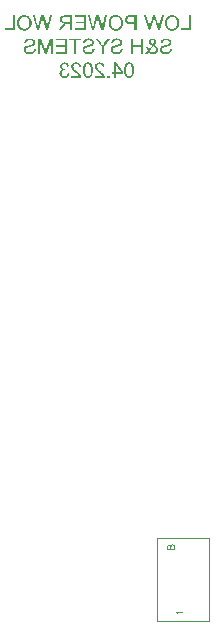
<source format=gbo>
%FSTAX23Y23*%
%MOIN*%
%SFA1B1*%

%IPPOS*%
%ADD10C,0.003937*%
%LNwol_pcb-1*%
%LPD*%
G36*
X00283Y02059D02*
X00285Y02059D01*
X00285Y02058*
X00286Y02058*
X00287Y02058*
X00288Y02058*
X00289Y02057*
X0029Y02057*
X0029Y02057*
X00291Y02056*
X00291Y02056*
X00292Y02056*
X00292Y02056*
X00292Y02056*
X00292Y02055*
X00292Y02055*
X00293Y02055*
X00294Y02054*
X00294Y02053*
X00295Y02052*
X00295Y02052*
X00296Y02051*
X00296Y02049*
X00297Y02049*
X00297Y02048*
X00297Y02047*
X00297Y02047*
X00297Y02046*
X00297Y02046*
X00298Y02046*
Y02046*
X00291Y02045*
X00291Y02046*
X00291Y02048*
X0029Y02049*
X0029Y0205*
X00289Y02051*
X00289Y02051*
X00288Y02051*
X00288Y02051*
X00287Y02052*
X00286Y02053*
X00285Y02053*
X00284Y02053*
X00283Y02054*
X00283Y02054*
X00283*
X00283Y02054*
X00282*
X00281Y02054*
X0028Y02053*
X00279Y02053*
X00278Y02053*
X00277Y02052*
X00277Y02052*
X00276Y02052*
X00276Y02051*
X00276Y02051*
X00276Y02051*
X00275Y0205*
X00274Y02049*
X00274Y02048*
X00274Y02047*
X00274Y02046*
X00274Y02046*
Y02046*
Y02046*
Y02046*
X00274Y02045*
X00274Y02044*
X00274Y02044*
X00274Y02043*
X00275Y02042*
X00276Y02041*
X00276Y0204*
X00277Y0204*
X00277Y0204*
X00277Y0204*
X00277Y02039*
X00277*
X00278Y02039*
X0028Y02038*
X00281Y02038*
X00282Y02038*
X00283Y02038*
X00283Y02037*
X00284*
X00284Y02037*
X00285*
X00285Y02037*
X00285Y02038*
X00285*
X00286Y02032*
X00285Y02032*
X00284Y02032*
X00283Y02033*
X00283Y02033*
X00282*
X00282Y02033*
X00282*
X00281Y02033*
X0028Y02033*
X00279Y02032*
X00277Y02032*
X00276Y02031*
X00276Y02031*
X00275Y02031*
X00275Y0203*
X00275Y0203*
X00275Y0203*
X00275Y0203*
X00275Y0203*
X00274Y02029*
X00274Y02029*
X00273Y02028*
X00273Y02028*
X00272Y02027*
X00272Y02025*
X00272Y02024*
X00272Y02024*
X00272Y02024*
X00272Y02023*
Y02023*
Y02023*
Y02023*
X00272Y02022*
X00272Y02021*
X00272Y0202*
X00273Y02019*
X00273Y02018*
X00273Y02017*
X00274Y02017*
X00274Y02016*
X00274Y02016*
X00274Y02016*
X00275Y02016*
X00275Y02016*
X00275Y02016*
X00275Y02015*
X00276Y02015*
X00276Y02014*
X00277Y02014*
X00278Y02013*
X0028Y02013*
X00281Y02013*
X00281Y02013*
X00281Y02013*
X00282Y02013*
X00282*
X00283Y02013*
X00285Y02013*
X00286Y02013*
X00287Y02014*
X00287Y02014*
X00288Y02014*
X00288Y02015*
X00288Y02015*
X00288Y02015*
X00288*
X00289Y02015*
X00289Y02016*
X0029Y02017*
X00291Y02018*
X00291Y02019*
X00292Y02021*
X00292Y02021*
X00292Y02022*
X00292Y02022*
X00292Y02022*
X00292Y02022*
Y02022*
X00298Y02022*
X00298Y0202*
X00298Y02019*
X00297Y02018*
X00297Y02017*
X00297Y02016*
X00296Y02016*
X00296Y02015*
X00295Y02014*
X00295Y02013*
X00295Y02013*
X00294Y02012*
X00294Y02012*
X00294Y02012*
X00293Y02011*
X00293Y02011*
X00293Y02011*
X00292Y02011*
X00291Y0201*
X00291Y0201*
X0029Y02009*
X00289Y02009*
X00288Y02008*
X00287Y02008*
X00286Y02008*
X00285Y02008*
X00284Y02008*
X00284Y02007*
X00283Y02007*
X00283*
X00282Y02007*
X00282*
X00281Y02007*
X00279Y02008*
X00278Y02008*
X00277Y02008*
X00276Y02008*
X00275Y02009*
X00274Y02009*
X00273Y0201*
X00273Y0201*
X00272Y0201*
X00271Y02011*
X00271Y02011*
X0027Y02011*
X0027Y02012*
X0027Y02012*
X0027Y02012*
X00269Y02013*
X00268Y02014*
X00268Y02015*
X00267Y02016*
X00267Y02017*
X00266Y02017*
X00266Y02018*
X00266Y02019*
X00266Y0202*
X00265Y02021*
X00265Y02021*
X00265Y02022*
Y02022*
X00265Y02023*
Y02023*
Y02023*
Y02024*
X00265Y02025*
X00266Y02026*
X00266Y02028*
X00266Y02028*
X00266Y02029*
X00267Y02029*
X00267Y0203*
X00267Y0203*
X00267Y02031*
X00267Y02031*
X00268Y02031*
X00268Y02031*
X00268Y02031*
X00269Y02032*
X0027Y02033*
X00271Y02034*
X00272Y02035*
X00273Y02035*
X00273Y02035*
X00274Y02035*
X00274Y02035*
X00274Y02035*
X00275Y02035*
X00275*
X00273Y02036*
X00272Y02037*
X00271Y02038*
X00271Y02038*
X0027Y02039*
X0027Y02039*
X00269Y0204*
X00269Y0204*
Y0204*
X00269Y02041*
X00268Y02042*
X00268Y02043*
X00268Y02044*
X00268Y02045*
X00268Y02045*
Y02045*
Y02046*
Y02046*
Y02046*
X00268Y02047*
X00268Y02048*
X00268Y02049*
X00269Y0205*
X00269Y02051*
X00269Y02051*
X00269Y02052*
X00269Y02052*
X00269Y02052*
X00269Y02052*
Y02052*
X0027Y02053*
X00271Y02054*
X00272Y02055*
X00273Y02056*
X00274Y02056*
X00274Y02057*
X00274Y02057*
X00275Y02057*
X00275Y02057*
X00275*
X00276Y02058*
X00277Y02058*
X00279Y02058*
X0028Y02059*
X00281Y02059*
X00281Y02059*
X00282Y02059*
X00282*
X00283Y02059*
G37*
G36*
X004D02*
X00401Y02059D01*
X00403Y02058*
X00404Y02058*
X00405Y02058*
X00406Y02058*
X00407Y02057*
X00407Y02057*
X00408Y02057*
X00409Y02056*
X00409Y02056*
X0041Y02056*
X0041Y02055*
X0041Y02055*
X0041Y02055*
X0041Y02055*
X00411Y02054*
X00412Y02054*
X00412Y02053*
X00413Y02052*
X00413Y02051*
X00414Y0205*
X00414Y02049*
X00414Y02048*
X00415Y02047*
X00415Y02047*
X00415Y02046*
X00415Y02045*
X00415Y02045*
X00415Y02045*
X00415Y02044*
Y02044*
X00409Y02044*
X00409Y02044*
X00409Y02045*
X00409Y02047*
X00408Y02048*
X00408Y02049*
X00408Y02049*
X00407Y02049*
X00407Y0205*
X00407Y0205*
X00407Y0205*
X00406Y02051*
X00406Y02051*
X00406Y02051*
X00406Y02051*
X00406Y02051*
X00405Y02052*
X00405Y02052*
X00404Y02053*
X00403Y02053*
X00402Y02053*
X00401Y02054*
X004Y02054*
X004*
X004Y02054*
X00398*
X00398Y02054*
X00396Y02053*
X00395Y02053*
X00394Y02052*
X00393Y02052*
X00393Y02052*
X00393Y02051*
X00392Y02051*
X00392Y02051*
X00392Y02051*
X00392Y02051*
X00392Y02051*
X00391Y0205*
X00391Y0205*
X00391Y02049*
X0039Y02048*
X0039Y02047*
X0039Y02046*
X0039Y02046*
Y02046*
X00389Y02045*
Y02045*
Y02045*
Y02045*
X0039Y02044*
X0039Y02044*
X0039Y02042*
X0039Y02041*
X00391Y0204*
X00391Y02039*
X00392Y02039*
X00392Y02038*
X00392Y02038*
X00392Y02038*
X00392Y02038*
X00392Y02038*
X00393Y02037*
X00394Y02036*
X00395Y02035*
X00395Y02034*
X00397Y02032*
X00399Y02031*
X004Y0203*
X00401Y02029*
X00402Y02029*
X00402Y02028*
X00403Y02027*
X00403Y02027*
X00403Y02027*
X00404Y02027*
X00405Y02026*
X00405Y02025*
X00406Y02025*
X00407Y02024*
X00408Y02023*
X00408Y02023*
X00409Y02022*
X0041Y02021*
X0041Y02021*
X0041Y0202*
X00411Y0202*
X00411Y0202*
X00411Y0202*
X00412Y02019*
X00412Y02019*
X00412Y02019*
X00413Y02018*
X00413Y02017*
X00414Y02016*
X00415Y02015*
X00415Y02014*
X00415Y02013*
X00416Y02013*
X00416Y02013*
X00416Y02013*
X00416Y02013*
Y02013*
X00416Y02012*
X00416Y02011*
X00416Y0201*
X00416Y0201*
X00416Y02009*
Y02009*
Y02008*
Y02008*
X00383*
Y02014*
X00408*
X00407Y02015*
X00407Y02016*
X00406Y02016*
X00406Y02017*
X00406Y02017*
X00405Y02017*
X00405Y02017*
X00405Y02018*
X00404Y02018*
X00404Y02019*
X00403Y02019*
X00402Y0202*
X00401Y02021*
X004Y02022*
X00399Y02023*
X00399Y02023*
X00399Y02023*
X00398Y02024*
X00398Y02024*
X00398Y02024*
X00397Y02025*
X00396Y02026*
X00395Y02027*
X00394Y02028*
X00393Y02028*
X00392Y02029*
X00391Y0203*
X00391Y0203*
X0039Y02031*
X0039Y02031*
X00389Y02032*
X00389Y02032*
X00389Y02032*
X00389Y02033*
X00389Y02033*
X00389Y02033*
X00387Y02034*
X00387Y02035*
X00386Y02036*
X00385Y02037*
X00385Y02038*
X00385Y02038*
X00384Y02039*
X00384Y02039*
X00384Y02039*
Y02039*
X00384Y0204*
X00384Y02041*
X00383Y02042*
X00383Y02043*
X00383Y02044*
X00383Y02044*
Y02045*
Y02045*
Y02045*
Y02045*
X00383Y02046*
X00383Y02047*
X00384Y02048*
X00384Y02049*
X00384Y0205*
X00384Y02051*
X00385Y02051*
X00385Y02052*
X00386Y02053*
X00386Y02053*
X00386Y02054*
X00387Y02054*
X00387Y02054*
X00387Y02055*
X00387Y02055*
X00387Y02055*
X00388Y02055*
X00389Y02056*
X0039Y02057*
X00391Y02057*
X00392Y02057*
X00393Y02058*
X00394Y02058*
X00395Y02058*
X00396Y02058*
X00396Y02059*
X00397Y02059*
X00398Y02059*
X00398Y02059*
X00399*
X004Y02059*
G37*
G36*
X00322D02*
X00323Y02059D01*
X00324Y02058*
X00325Y02058*
X00326Y02058*
X00327Y02058*
X00328Y02057*
X00329Y02057*
X0033Y02057*
X0033Y02056*
X00331Y02056*
X00331Y02056*
X00332Y02055*
X00332Y02055*
X00332Y02055*
X00332Y02055*
X00333Y02054*
X00333Y02054*
X00334Y02053*
X00335Y02052*
X00335Y02051*
X00336Y0205*
X00336Y02049*
X00336Y02048*
X00336Y02047*
X00337Y02047*
X00337Y02046*
X00337Y02045*
X00337Y02045*
X00337Y02045*
X00337Y02044*
Y02044*
X00331Y02044*
X00331Y02044*
X00331Y02045*
X0033Y02047*
X0033Y02048*
X0033Y02049*
X00329Y02049*
X00329Y02049*
X00329Y0205*
X00329Y0205*
X00328Y0205*
X00328Y02051*
X00328Y02051*
X00328Y02051*
X00328Y02051*
X00327Y02051*
X00327Y02052*
X00326Y02052*
X00326Y02053*
X00324Y02053*
X00323Y02053*
X00322Y02054*
X00322Y02054*
X00322*
X00321Y02054*
X0032*
X00319Y02054*
X00318Y02053*
X00317Y02053*
X00316Y02052*
X00315Y02052*
X00315Y02052*
X00314Y02051*
X00314Y02051*
X00314Y02051*
X00314Y02051*
X00314Y02051*
X00313Y02051*
X00313Y0205*
X00313Y0205*
X00312Y02049*
X00312Y02048*
X00311Y02047*
X00311Y02046*
X00311Y02046*
Y02046*
X00311Y02045*
Y02045*
Y02045*
Y02045*
X00311Y02044*
X00311Y02044*
X00312Y02042*
X00312Y02041*
X00313Y0204*
X00313Y02039*
X00313Y02039*
X00314Y02038*
X00314Y02038*
X00314Y02038*
X00314Y02038*
X00314Y02038*
X00315Y02037*
X00315Y02036*
X00316Y02035*
X00317Y02034*
X00319Y02032*
X00321Y02031*
X00322Y0203*
X00323Y02029*
X00323Y02029*
X00324Y02028*
X00324Y02027*
X00325Y02027*
X00325Y02027*
X00325Y02027*
X00326Y02026*
X00327Y02025*
X00328Y02025*
X00329Y02024*
X0033Y02023*
X0033Y02023*
X00331Y02022*
X00331Y02021*
X00332Y02021*
X00332Y0202*
X00333Y0202*
X00333Y0202*
X00333Y0202*
X00333Y02019*
X00333Y02019*
X00333Y02019*
X00334Y02018*
X00335Y02017*
X00336Y02016*
X00336Y02015*
X00337Y02014*
X00337Y02013*
X00337Y02013*
X00337Y02013*
X00337Y02013*
X00337Y02013*
Y02013*
X00338Y02012*
X00338Y02011*
X00338Y0201*
X00338Y0201*
X00338Y02009*
Y02009*
Y02008*
Y02008*
X00305*
Y02014*
X0033*
X00329Y02015*
X00328Y02016*
X00328Y02016*
X00327Y02017*
X00327Y02017*
X00327Y02017*
X00327Y02017*
X00327Y02018*
X00326Y02018*
X00326Y02019*
X00325Y02019*
X00324Y0202*
X00323Y02021*
X00322Y02022*
X00321Y02023*
X00321Y02023*
X0032Y02023*
X0032Y02024*
X0032Y02024*
X0032Y02024*
X00319Y02025*
X00317Y02026*
X00316Y02027*
X00315Y02028*
X00315Y02028*
X00314Y02029*
X00313Y0203*
X00312Y0203*
X00312Y02031*
X00311Y02031*
X00311Y02032*
X00311Y02032*
X00311Y02032*
X0031Y02033*
X0031Y02033*
X0031Y02033*
X00309Y02034*
X00308Y02035*
X00308Y02036*
X00307Y02037*
X00307Y02038*
X00306Y02038*
X00306Y02039*
X00306Y02039*
X00306Y02039*
Y02039*
X00306Y0204*
X00305Y02041*
X00305Y02042*
X00305Y02043*
X00305Y02044*
X00305Y02044*
Y02045*
Y02045*
Y02045*
Y02045*
X00305Y02046*
X00305Y02047*
X00305Y02048*
X00305Y02049*
X00306Y0205*
X00306Y02051*
X00307Y02051*
X00307Y02052*
X00307Y02053*
X00308Y02053*
X00308Y02054*
X00308Y02054*
X00309Y02054*
X00309Y02055*
X00309Y02055*
X00309Y02055*
X0031Y02055*
X00311Y02056*
X00312Y02057*
X00313Y02057*
X00314Y02057*
X00315Y02058*
X00316Y02058*
X00316Y02058*
X00317Y02058*
X00318Y02059*
X00319Y02059*
X00319Y02059*
X0032Y02059*
X00321*
X00322Y02059*
G37*
G36*
X00476Y02026D02*
Y0202D01*
X00454*
Y02008*
X00448*
Y0202*
X00441*
Y02026*
X00448*
Y02059*
X00453*
X00476Y02026*
G37*
G36*
X00432Y02008D02*
X00425D01*
Y02015*
X00432*
Y02008*
G37*
G36*
X00498Y02059D02*
X00499Y02059D01*
X005Y02059*
X00501Y02058*
X00502Y02058*
X00502Y02058*
X00503Y02058*
X00504Y02057*
X00504Y02057*
X00505Y02057*
X00505Y02057*
X00505Y02056*
X00506Y02056*
X00506Y02056*
X00506Y02056*
X00506Y02056*
X00507Y02055*
X00507Y02055*
X00508Y02053*
X00509Y02052*
X0051Y02051*
X00511Y0205*
X00511Y02049*
X00511Y02049*
X00511Y02048*
X00511Y02048*
X00511Y02048*
X00512Y02048*
Y02047*
X00512Y02046*
X00512Y02045*
X00513Y02043*
X00513Y02041*
X00513Y02039*
X00513Y02038*
X00513Y02037*
X00513Y02036*
X00513Y02035*
Y02035*
X00513Y02034*
Y02033*
Y02033*
Y02033*
X00513Y02031*
X00513Y02028*
X00513Y02026*
X00513Y02024*
X00512Y02022*
X00512Y0202*
X00511Y02019*
X00511Y02018*
X0051Y02016*
X0051Y02015*
X0051Y02015*
X00509Y02014*
X00509Y02013*
X00509Y02013*
X00508Y02013*
X00508Y02013*
X00508Y02012*
X00507Y02011*
X00506Y0201*
X00505Y0201*
X00504Y02009*
X00503Y02009*
X00502Y02008*
X00501Y02008*
X005Y02008*
X005Y02008*
X00499Y02008*
X00498Y02008*
X00498Y02007*
X00497Y02007*
X00497*
X00496Y02007*
X00495Y02008*
X00494Y02008*
X00493Y02008*
X00492Y02008*
X00492Y02008*
X00491Y02009*
X0049Y02009*
X0049Y02009*
X00489Y02009*
X00489Y0201*
X00489Y0201*
X00488Y0201*
X00488Y0201*
X00488Y0201*
X00488Y0201*
X00487Y02011*
X00487Y02012*
X00485Y02013*
X00485Y02014*
X00484Y02016*
X00483Y02016*
X00483Y02017*
X00483Y02017*
X00483Y02018*
X00483Y02018*
X00483Y02019*
X00482Y02019*
Y02019*
X00482Y0202*
X00482Y02021*
X00481Y02023*
X00481Y02026*
X00481Y02027*
X00481Y02028*
X00481Y02029*
X00481Y0203*
X00481Y02031*
X00481Y02032*
Y02032*
Y02033*
Y02033*
Y02033*
Y02034*
X00481Y02036*
X00481Y02037*
X00481Y02038*
X00481Y02039*
X00481Y0204*
X00481Y02041*
X00481Y02042*
X00481Y02043*
X00481Y02043*
X00481Y02044*
X00482Y02044*
X00482Y02045*
X00482Y02045*
X00482Y02045*
Y02045*
X00482Y02047*
X00483Y02048*
X00483Y02049*
X00484Y0205*
X00484Y02051*
X00484Y02051*
X00484Y02052*
X00485Y02052*
X00485Y02052*
X00485Y02052*
X00485Y02052*
Y02052*
X00486Y02054*
X00486Y02054*
X00487Y02055*
X00488Y02056*
X00489Y02057*
X00489Y02057*
X0049Y02057*
X0049Y02057*
X0049Y02057*
X0049*
X00491Y02058*
X00492Y02058*
X00494Y02058*
X00495Y02059*
X00496Y02059*
X00496Y02059*
X00496Y02059*
X00497*
X00498Y02059*
G37*
G36*
X00361D02*
X00362Y02059D01*
X00363Y02059*
X00364Y02058*
X00365Y02058*
X00365Y02058*
X00366Y02058*
X00367Y02057*
X00367Y02057*
X00368Y02057*
X00368Y02057*
X00368Y02056*
X00369Y02056*
X00369Y02056*
X00369Y02056*
X00369Y02056*
X0037Y02055*
X0037Y02055*
X00371Y02053*
X00372Y02052*
X00373Y02051*
X00374Y0205*
X00374Y02049*
X00374Y02049*
X00374Y02048*
X00374Y02048*
X00374Y02048*
X00375Y02048*
Y02047*
X00375Y02046*
X00375Y02045*
X00376Y02043*
X00376Y02041*
X00376Y02039*
X00376Y02038*
X00376Y02037*
X00376Y02036*
X00376Y02035*
Y02035*
X00376Y02034*
Y02033*
Y02033*
Y02033*
X00376Y02031*
X00376Y02028*
X00376Y02026*
X00376Y02024*
X00375Y02022*
X00375Y0202*
X00374Y02019*
X00374Y02018*
X00373Y02016*
X00373Y02015*
X00373Y02015*
X00372Y02014*
X00372Y02013*
X00372Y02013*
X00371Y02013*
X00371Y02013*
X00371Y02012*
X0037Y02011*
X00369Y0201*
X00368Y0201*
X00367Y02009*
X00366Y02009*
X00365Y02008*
X00364Y02008*
X00363Y02008*
X00363Y02008*
X00362Y02008*
X00361Y02008*
X00361Y02007*
X0036Y02007*
X0036*
X00359Y02007*
X00358Y02008*
X00357Y02008*
X00356Y02008*
X00355Y02008*
X00355Y02008*
X00354Y02009*
X00353Y02009*
X00353Y02009*
X00352Y02009*
X00352Y0201*
X00352Y0201*
X00351Y0201*
X00351Y0201*
X00351Y0201*
X00351Y0201*
X0035Y02011*
X0035Y02012*
X00349Y02013*
X00348Y02014*
X00347Y02016*
X00346Y02016*
X00346Y02017*
X00346Y02017*
X00346Y02018*
X00346Y02018*
X00346Y02019*
X00345Y02019*
Y02019*
X00345Y0202*
X00345Y02021*
X00344Y02023*
X00344Y02026*
X00344Y02027*
X00344Y02028*
X00344Y02029*
X00344Y0203*
X00344Y02031*
X00344Y02032*
Y02032*
Y02033*
Y02033*
Y02033*
Y02034*
X00344Y02036*
X00344Y02037*
X00344Y02038*
X00344Y02039*
X00344Y0204*
X00344Y02041*
X00344Y02042*
X00344Y02043*
X00344Y02043*
X00344Y02044*
X00345Y02044*
X00345Y02045*
X00345Y02045*
X00345Y02045*
Y02045*
X00345Y02047*
X00346Y02048*
X00346Y02049*
X00347Y0205*
X00347Y02051*
X00347Y02051*
X00347Y02052*
X00348Y02052*
X00348Y02052*
X00348Y02052*
X00348Y02052*
Y02052*
X00349Y02054*
X00349Y02054*
X0035Y02055*
X00351Y02056*
X00352Y02057*
X00352Y02057*
X00353Y02057*
X00353Y02057*
X00353Y02057*
X00353*
X00354Y02058*
X00355Y02058*
X00357Y02058*
X00358Y02059*
X00359Y02059*
X00359Y02059*
X00359Y02059*
X0036*
X00361Y02059*
G37*
G36*
X00544Y02087D02*
X00537D01*
Y02111*
X00511*
Y02087*
X00504*
Y02138*
X00511*
Y02117*
X00537*
Y02138*
X00544*
Y02087*
G37*
G36*
X00412Y02109D02*
Y02087D01*
X00406*
Y02109*
X00386Y02138*
X00393*
X00403Y02123*
X00404Y02121*
X00405Y02119*
X00406Y02118*
X00407Y02117*
X00407Y02117*
X00408Y02116*
X00408Y02115*
X00408Y02115*
X00408Y02115*
X00409Y02114*
X00409Y02114*
X00409Y02114*
X00409Y02114*
X0041Y02116*
X00411Y02117*
X00411Y02118*
X00412Y0212*
X00413Y0212*
X00413Y02121*
X00413Y02121*
X00413Y02122*
X00414Y02122*
X00414Y02122*
X00414Y02122*
X00414Y02122*
X00424Y02138*
X00432*
X00412Y02109*
G37*
G36*
X00576Y02138D02*
X00576Y02138D01*
X00577Y02138*
X00578Y02138*
X00579Y02138*
X0058Y02137*
X0058Y02137*
X00581Y02137*
X00582Y02136*
X00582Y02136*
X00583Y02136*
X00583Y02136*
X00583Y02135*
X00583Y02135*
X00583Y02135*
X00584Y02135*
X00584Y02134*
X00585Y02134*
X00585Y02133*
X00586Y02132*
X00586Y02132*
X00586Y02131*
X00587Y0213*
X00587Y02129*
X00587Y02129*
X00587Y02128*
X00587Y02128*
X00587Y02128*
Y02127*
Y02127*
Y02127*
X00587Y02126*
X00587Y02126*
X00587Y02125*
X00586Y02124*
X00586Y02123*
X00586Y02123*
X00586Y02123*
X00586Y02123*
Y02122*
X00585Y02121*
X00585Y0212*
X00584Y02119*
X00583Y02118*
X00583Y02118*
X00582Y02117*
X00582Y02117*
X00582Y02117*
X00582Y02116*
X00581Y02116*
X00581Y02116*
X00582Y02116*
X00583Y02115*
X00584Y02115*
X00585Y02114*
X00586Y02113*
X00587Y02113*
X00588Y02112*
X00588Y02112*
X00589Y02111*
X00589Y02111*
X00589Y02111*
X0059Y0211*
X0059Y0211*
X0059Y0211*
X0059Y0211*
X0059Y0211*
X00591Y02109*
X00591Y02108*
X00592Y02107*
X00592Y02107*
X00593Y02105*
X00593Y02104*
X00593Y02103*
X00593Y02103*
X00593Y02102*
X00593Y02102*
X00593Y02102*
Y02101*
Y02101*
Y02101*
X00593Y021*
X00593Y02099*
X00593Y02098*
X00593Y02097*
X00592Y02096*
X00592Y02095*
X00592Y02094*
X00591Y02094*
X00591Y02093*
X00591Y02093*
X0059Y02092*
X0059Y02092*
X0059Y02092*
X0059Y02092*
X0059Y02092*
X00589Y02091*
X00588Y0209*
X00587Y02089*
X00586Y02089*
X00585Y02088*
X00584Y02088*
X00583Y02087*
X00582Y02087*
X00581Y02087*
X0058Y02087*
X00579Y02087*
X00579Y02087*
X00578Y02086*
X00578Y02086*
X00577*
X00576Y02086*
X00574Y02087*
X00573Y02087*
X00572Y02087*
X00571Y02087*
X00571Y02088*
X00571Y02088*
X0057Y02088*
X0057Y02088*
X0057Y02088*
X0057Y02088*
X0057*
X00568Y02089*
X00567Y0209*
X00566Y0209*
X00565Y02091*
X00564Y02092*
X00564Y02092*
X00564Y02093*
X00563Y02093*
X00563Y02093*
X00563Y02093*
X00563Y02093*
X00562Y02092*
X00561Y02092*
X00561Y02091*
X0056Y0209*
X00559Y02089*
X00559Y02089*
X00558Y02088*
X00558Y02088*
X00557Y02087*
X00557Y02087*
X00556Y02087*
X00556Y02087*
X00556Y02086*
X00555Y02086*
X00555Y02086*
X00555Y02086*
X00551Y02091*
X00553Y02092*
X00554Y02094*
X00555Y02095*
X00557Y02096*
X00557Y02097*
X00558Y02097*
X00558Y02098*
X00558Y02098*
X00559Y02098*
X00559Y02099*
X00559Y02099*
X00559Y02099*
X00558Y021*
X00558Y021*
X00557Y02102*
X00556Y02104*
X00556Y02106*
X00555Y02107*
X00555Y02107*
X00555Y02108*
X00555Y02109*
X00555Y02109*
X00554Y02109*
X00554Y0211*
Y0211*
X00561Y02111*
X00561Y0211*
X00562Y02108*
X00562Y02107*
X00562Y02106*
X00563Y02105*
X00563Y02105*
X00563Y02104*
X00563Y02104*
X00563Y02104*
X00563Y02104*
Y02104*
X00572Y02115*
X00572Y02116*
X00571Y02116*
X00569Y02117*
X00568Y02118*
X00567Y02119*
X00566Y02121*
X00565Y02122*
X00564Y02123*
X00564Y02123*
X00564Y02124*
X00563Y02125*
X00563Y02126*
X00563Y02126*
X00563Y02127*
X00563Y02127*
Y02128*
Y02128*
X00563Y02128*
X00563Y02129*
X00563Y0213*
X00563Y02131*
X00564Y02132*
X00564Y02133*
X00565Y02134*
X00565Y02134*
X00565Y02134*
X00566Y02135*
X00566Y02135*
X00566Y02135*
X00566Y02135*
X00566Y02135*
X00567Y02136*
X00567Y02136*
X00568Y02137*
X00569Y02137*
X0057Y02137*
X0057Y02138*
X00572Y02138*
X00572Y02138*
X00573Y02138*
X00573Y02138*
X00574Y02138*
X00574Y02138*
X00575*
X00576Y02138*
G37*
G36*
X00243Y02087D02*
X00237D01*
Y0213*
X00222Y02087*
X00216*
X00201Y02129*
Y02087*
X00195*
Y02138*
X00204*
X00216Y02103*
X00216Y02102*
X00217Y02101*
X00217Y021*
X00217Y02099*
X00217Y02098*
X00218Y02098*
X00218Y02097*
X00218Y02097*
X00218Y02096*
X00218Y02096*
X00218Y02095*
X00219Y02095*
X00219Y02095*
X00219Y02095*
X00219Y02095*
Y02095*
X00219Y02095*
X00219Y02096*
X00219Y02097*
X0022Y02098*
X0022Y02099*
X00221Y021*
X00221Y02101*
X00221Y02101*
X00221Y02101*
X00221Y02102*
X00221Y02102*
Y02102*
X00233Y02138*
X00243*
Y02087*
G37*
G36*
X00337Y02132D02*
X0032D01*
Y02087*
X00313*
Y02132*
X00297*
Y02138*
X00337*
Y02132*
G37*
G36*
X0029Y02087D02*
X00252D01*
Y02093*
X00283*
Y0211*
X00255*
Y02116*
X00283*
Y02132*
X00253*
Y02138*
X0029*
Y02087*
G37*
G36*
X00622Y02138D02*
X00624Y02138D01*
X00626Y02138*
X00626Y02138*
X00627Y02138*
X00628Y02137*
X00628Y02137*
X00629Y02137*
X00629Y02137*
X00629Y02137*
X0063Y02137*
X0063Y02137*
X0063*
X00631Y02136*
X00632Y02135*
X00634Y02134*
X00634Y02134*
X00635Y02133*
X00636Y02132*
X00636Y02132*
X00636Y02132*
X00636Y02132*
Y02132*
X00637Y0213*
X00637Y02129*
X00638Y02128*
X00638Y02127*
X00638Y02126*
X00638Y02126*
Y02125*
X00638Y02125*
Y02125*
Y02125*
Y02125*
X00638Y02123*
X00638Y02122*
X00638Y02121*
X00637Y0212*
X00637Y02119*
X00637Y02119*
X00637Y02119*
X00637Y02118*
X00636Y02118*
Y02118*
X00636Y02117*
X00635Y02116*
X00634Y02116*
X00633Y02115*
X00632Y02114*
X00632Y02114*
X00631Y02114*
X00631Y02114*
X00631Y02114*
X00631*
X0063Y02113*
X0063Y02113*
X00629Y02113*
X00628Y02113*
X00627Y02112*
X00625Y02112*
X00624Y02111*
X00624Y02111*
X00623Y02111*
X00622Y02111*
X00622Y02111*
X00622Y02111*
X00621Y0211*
X00621*
X0062Y0211*
X00619Y0211*
X00618Y0211*
X00617Y02109*
X00616Y02109*
X00615Y02109*
X00615Y02109*
X00614Y02109*
X00614Y02109*
X00613Y02108*
X00613Y02108*
X00613Y02108*
X00613Y02108*
X00613Y02108*
X00612Y02108*
X00611Y02108*
X0061Y02107*
X0061Y02107*
X00609Y02106*
X00608Y02106*
X00608Y02105*
X00608Y02105*
X00608Y02105*
X00607Y02104*
X00607Y02104*
X00607Y02103*
X00607Y02102*
X00607Y02102*
X00606Y02101*
Y02101*
Y02101*
Y02101*
X00607Y021*
X00607Y02099*
X00607Y02099*
X00607Y02098*
X00607Y02097*
X00608Y02097*
X00608Y02097*
X00608Y02097*
X00609Y02096*
X00609Y02095*
X0061Y02095*
X00611Y02094*
X00611Y02094*
X00612Y02094*
X00612Y02094*
X00612Y02094*
X00612Y02093*
X00612*
X00613Y02093*
X00615Y02093*
X00616Y02093*
X00617Y02093*
X00618Y02092*
X00618*
X00618Y02092*
X00619*
X00621Y02092*
X00622Y02093*
X00623Y02093*
X00624Y02093*
X00625Y02093*
X00625Y02093*
X00626Y02094*
X00626Y02094*
X00626Y02094*
X00627Y02094*
X00627Y02094*
X00627*
X00628Y02094*
X00629Y02095*
X0063Y02096*
X00631Y02096*
X00631Y02097*
X00631Y02097*
X00632Y02098*
X00632Y02098*
X00632Y02099*
X00633Y021*
X00633Y02101*
X00633Y02102*
X00634Y02103*
X00634Y02103*
X00634Y02103*
X00634Y02104*
X00634Y02104*
Y02104*
Y02104*
X0064Y02103*
X0064Y02103*
X0064Y02102*
X0064Y021*
X00639Y02098*
X00639Y02098*
X00639Y02097*
X00638Y02096*
X00638Y02096*
X00638Y02095*
X00638Y02095*
X00638Y02095*
X00637Y02095*
X00637Y02094*
X00637Y02094*
X00636Y02093*
X00635Y02092*
X00634Y02091*
X00633Y0209*
X00632Y02089*
X00631Y02089*
X00631Y02089*
X00631Y02089*
X0063Y02089*
X0063Y02088*
X0063*
X00628Y02088*
X00626Y02087*
X00624Y02087*
X00623Y02087*
X00622Y02087*
X00621Y02087*
X0062Y02086*
X0062*
X00619Y02086*
X00619*
X00617Y02087*
X00615Y02087*
X00613Y02087*
X00612Y02087*
X00612Y02087*
X00611Y02088*
X00611Y02088*
X0061Y02088*
X0061Y02088*
X00609Y02088*
X00609Y02088*
X00609Y02088*
X00609*
X00607Y02089*
X00606Y0209*
X00605Y02091*
X00604Y02092*
X00603Y02093*
X00603Y02093*
X00603Y02094*
X00602Y02094*
X00602Y02094*
Y02094*
X00602Y02095*
X00602Y02095*
X00601Y02097*
X00601Y02098*
X006Y02099*
X006Y021*
X006Y021*
Y02101*
X006Y02101*
Y02101*
Y02101*
Y02101*
X006Y02103*
X006Y02104*
X00601Y02105*
X00601Y02107*
X00602Y02107*
X00602Y02108*
X00602Y02108*
X00602Y02108*
X00602Y02108*
X00602Y02109*
Y02109*
X00603Y02109*
X00603Y0211*
X00604Y02111*
X00605Y02112*
X00606Y02112*
X00607Y02113*
X00608Y02113*
X00608Y02113*
X00608Y02114*
X00608Y02114*
X00609Y02114*
X00609*
X00609Y02114*
X0061Y02114*
X00611Y02115*
X00612Y02115*
X00614Y02115*
X00615Y02116*
X00616Y02116*
X00617Y02116*
X00618Y02116*
X00618Y02117*
X00619Y02117*
X00619Y02117*
X0062Y02117*
X0062*
X00621Y02117*
X00623Y02118*
X00624Y02118*
X00625Y02118*
X00626Y02119*
X00627Y02119*
X00627Y02119*
X00628Y02119*
X00628Y0212*
X00629Y0212*
X00629Y0212*
X00629Y0212*
X0063Y0212*
X0063Y02121*
X0063Y02121*
X0063Y02121*
X00631Y02122*
X00631Y02123*
X00632Y02123*
X00632Y02124*
X00632Y02125*
X00632Y02125*
Y02125*
Y02125*
X00632Y02126*
X00632Y02126*
X00631Y02127*
X00631Y02128*
X0063Y02129*
X0063Y02129*
X00629Y0213*
X00629Y0213*
X00629Y0213*
X00629*
X00628Y02131*
X00628Y02131*
X00626Y02132*
X00625Y02132*
X00624Y02132*
X00623Y02132*
X00622Y02132*
X00622Y02133*
X00621*
X00621Y02133*
X00619*
X00618Y02132*
X00617Y02132*
X00616Y02132*
X00616Y02132*
X00615Y02132*
X00614Y02132*
X00614Y02131*
X00613Y02131*
X00613Y02131*
X00612Y02131*
X00612Y02131*
X00612Y0213*
X00612Y0213*
X00612Y0213*
X00611Y0213*
X00611Y0213*
X0061Y02129*
X0061Y02128*
X00609Y02127*
X00609Y02126*
X00608Y02125*
X00608Y02124*
X00608Y02124*
X00608Y02123*
Y02123*
X00608Y02123*
Y02123*
X00602Y02123*
X00602Y02125*
X00602Y02127*
X00602Y02128*
X00603Y02129*
X00603Y0213*
X00603Y0213*
X00604Y0213*
X00604Y02131*
X00604Y02131*
X00604Y02131*
X00604Y02131*
X00604Y02131*
X00605Y02133*
X00606Y02134*
X00607Y02135*
X00608Y02135*
X00609Y02136*
X0061Y02136*
X0061Y02136*
X0061Y02137*
X0061Y02137*
X00611Y02137*
X00611*
X00612Y02137*
X00614Y02138*
X00616Y02138*
X00617Y02138*
X00618Y02138*
X00618Y02138*
X00619Y02138*
X0062Y02139*
X00621*
X00622Y02138*
G37*
G36*
X00458D02*
X0046Y02138D01*
X00461Y02138*
X00462Y02138*
X00463Y02138*
X00463Y02137*
X00464Y02137*
X00464Y02137*
X00465Y02137*
X00465Y02137*
X00465Y02137*
X00465Y02137*
X00465*
X00467Y02136*
X00468Y02135*
X00469Y02134*
X0047Y02134*
X00471Y02133*
X00471Y02132*
X00472Y02132*
X00472Y02132*
X00472Y02132*
Y02132*
X00472Y0213*
X00473Y02129*
X00473Y02128*
X00474Y02127*
X00474Y02126*
X00474Y02126*
Y02125*
X00474Y02125*
Y02125*
Y02125*
Y02125*
X00474Y02123*
X00474Y02122*
X00473Y02121*
X00473Y0212*
X00473Y02119*
X00472Y02119*
X00472Y02119*
X00472Y02118*
X00472Y02118*
Y02118*
X00471Y02117*
X00471Y02116*
X0047Y02116*
X00469Y02115*
X00468Y02114*
X00467Y02114*
X00467Y02114*
X00467Y02114*
X00467Y02114*
X00467*
X00466Y02113*
X00466Y02113*
X00465Y02113*
X00464Y02113*
X00462Y02112*
X00461Y02112*
X0046Y02111*
X00459Y02111*
X00459Y02111*
X00458Y02111*
X00458Y02111*
X00457Y02111*
X00457Y0211*
X00457*
X00456Y0211*
X00455Y0211*
X00454Y0211*
X00453Y02109*
X00452Y02109*
X00451Y02109*
X00451Y02109*
X0045Y02109*
X0045Y02109*
X00449Y02108*
X00449Y02108*
X00449Y02108*
X00448Y02108*
X00448Y02108*
X00448Y02108*
X00447Y02108*
X00446Y02107*
X00445Y02107*
X00445Y02106*
X00444Y02106*
X00444Y02105*
X00444Y02105*
X00444Y02105*
X00443Y02104*
X00443Y02104*
X00443Y02103*
X00442Y02102*
X00442Y02102*
X00442Y02101*
Y02101*
Y02101*
Y02101*
X00442Y021*
X00442Y02099*
X00443Y02099*
X00443Y02098*
X00443Y02097*
X00443Y02097*
X00444Y02097*
X00444Y02097*
X00444Y02096*
X00445Y02095*
X00446Y02095*
X00446Y02094*
X00447Y02094*
X00448Y02094*
X00448Y02094*
X00448Y02094*
X00448Y02093*
X00448*
X00449Y02093*
X0045Y02093*
X00451Y02093*
X00452Y02093*
X00453Y02092*
X00454*
X00454Y02092*
X00455*
X00456Y02092*
X00458Y02093*
X00459Y02093*
X0046Y02093*
X00461Y02093*
X00461Y02093*
X00462Y02094*
X00462Y02094*
X00462Y02094*
X00462Y02094*
X00462Y02094*
X00462*
X00464Y02094*
X00465Y02095*
X00466Y02096*
X00466Y02096*
X00467Y02097*
X00467Y02097*
X00467Y02098*
X00468Y02098*
X00468Y02099*
X00468Y021*
X00469Y02101*
X00469Y02102*
X00469Y02103*
X00469Y02103*
X00469Y02103*
X00469Y02104*
X0047Y02104*
Y02104*
Y02104*
X00476Y02103*
X00476Y02103*
X00476Y02102*
X00475Y021*
X00475Y02098*
X00475Y02098*
X00474Y02097*
X00474Y02096*
X00474Y02096*
X00474Y02095*
X00473Y02095*
X00473Y02095*
X00473Y02095*
X00473Y02094*
X00473Y02094*
X00472Y02093*
X00471Y02092*
X0047Y02091*
X00468Y0209*
X00467Y02089*
X00467Y02089*
X00467Y02089*
X00466Y02089*
X00466Y02089*
X00466Y02088*
X00466*
X00464Y02088*
X00462Y02087*
X0046Y02087*
X00458Y02087*
X00458Y02087*
X00457Y02087*
X00456Y02086*
X00456*
X00455Y02086*
X00454*
X00452Y02087*
X00451Y02087*
X00449Y02087*
X00448Y02087*
X00448Y02087*
X00447Y02088*
X00446Y02088*
X00446Y02088*
X00445Y02088*
X00445Y02088*
X00445Y02088*
X00445Y02088*
X00445*
X00443Y02089*
X00442Y0209*
X00441Y02091*
X0044Y02092*
X00439Y02093*
X00439Y02093*
X00438Y02094*
X00438Y02094*
X00438Y02094*
Y02094*
X00438Y02095*
X00437Y02095*
X00437Y02097*
X00436Y02098*
X00436Y02099*
X00436Y021*
X00436Y021*
Y02101*
X00436Y02101*
Y02101*
Y02101*
Y02101*
X00436Y02103*
X00436Y02104*
X00436Y02105*
X00437Y02107*
X00437Y02107*
X00437Y02108*
X00438Y02108*
X00438Y02108*
X00438Y02108*
X00438Y02109*
Y02109*
X00438Y02109*
X00439Y0211*
X0044Y02111*
X00441Y02112*
X00442Y02112*
X00443Y02113*
X00443Y02113*
X00444Y02113*
X00444Y02114*
X00444Y02114*
X00444Y02114*
X00444*
X00445Y02114*
X00446Y02114*
X00446Y02115*
X00447Y02115*
X00449Y02115*
X00451Y02116*
X00452Y02116*
X00453Y02116*
X00454Y02116*
X00454Y02117*
X00455Y02117*
X00455Y02117*
X00455Y02117*
X00456*
X00457Y02117*
X00458Y02118*
X00459Y02118*
X00461Y02118*
X00461Y02119*
X00462Y02119*
X00463Y02119*
X00464Y02119*
X00464Y0212*
X00465Y0212*
X00465Y0212*
X00465Y0212*
X00465Y0212*
X00465Y02121*
X00466Y02121*
X00466Y02121*
X00467Y02122*
X00467Y02123*
X00467Y02123*
X00467Y02124*
X00467Y02125*
X00467Y02125*
Y02125*
Y02125*
X00467Y02126*
X00467Y02126*
X00467Y02127*
X00467Y02128*
X00466Y02129*
X00466Y02129*
X00465Y0213*
X00465Y0213*
X00465Y0213*
X00465*
X00464Y02131*
X00464Y02131*
X00462Y02132*
X00461Y02132*
X00459Y02132*
X00459Y02132*
X00458Y02132*
X00457Y02133*
X00457*
X00456Y02133*
X00455*
X00454Y02132*
X00453Y02132*
X00452Y02132*
X00451Y02132*
X00451Y02132*
X0045Y02132*
X00449Y02131*
X00449Y02131*
X00448Y02131*
X00448Y02131*
X00448Y02131*
X00448Y0213*
X00447Y0213*
X00447Y0213*
X00447Y0213*
X00447Y0213*
X00446Y02129*
X00445Y02128*
X00445Y02127*
X00444Y02126*
X00444Y02125*
X00444Y02124*
X00444Y02124*
X00444Y02123*
Y02123*
X00444Y02123*
Y02123*
X00437Y02123*
X00437Y02125*
X00438Y02127*
X00438Y02128*
X00439Y02129*
X00439Y0213*
X00439Y0213*
X00439Y0213*
X00439Y02131*
X0044Y02131*
X0044Y02131*
X0044Y02131*
X0044Y02131*
X00441Y02133*
X00442Y02134*
X00443Y02135*
X00444Y02135*
X00445Y02136*
X00445Y02136*
X00446Y02136*
X00446Y02137*
X00446Y02137*
X00446Y02137*
X00446*
X00448Y02137*
X0045Y02138*
X00451Y02138*
X00453Y02138*
X00454Y02138*
X00454Y02138*
X00455Y02138*
X00455Y02139*
X00456*
X00458Y02138*
G37*
G36*
X00364D02*
X00366Y02138D01*
X00367Y02138*
X00368Y02138*
X00369Y02138*
X00369Y02137*
X0037Y02137*
X0037Y02137*
X00371Y02137*
X00371Y02137*
X00371Y02137*
X00371Y02137*
X00372*
X00373Y02136*
X00374Y02135*
X00375Y02134*
X00376Y02134*
X00377Y02133*
X00377Y02132*
X00378Y02132*
X00378Y02132*
X00378Y02132*
Y02132*
X00379Y0213*
X00379Y02129*
X00379Y02128*
X0038Y02127*
X0038Y02126*
X0038Y02126*
Y02125*
X0038Y02125*
Y02125*
Y02125*
Y02125*
X0038Y02123*
X0038Y02122*
X00379Y02121*
X00379Y0212*
X00379Y02119*
X00379Y02119*
X00378Y02119*
X00378Y02118*
X00378Y02118*
Y02118*
X00378Y02117*
X00377Y02116*
X00376Y02116*
X00375Y02115*
X00374Y02114*
X00373Y02114*
X00373Y02114*
X00373Y02114*
X00373Y02114*
X00373*
X00372Y02113*
X00372Y02113*
X00371Y02113*
X0037Y02113*
X00369Y02112*
X00367Y02112*
X00366Y02111*
X00366Y02111*
X00365Y02111*
X00364Y02111*
X00364Y02111*
X00363Y02111*
X00363Y0211*
X00363*
X00362Y0211*
X00361Y0211*
X0036Y0211*
X00359Y02109*
X00358Y02109*
X00357Y02109*
X00357Y02109*
X00356Y02109*
X00356Y02109*
X00355Y02108*
X00355Y02108*
X00355Y02108*
X00354Y02108*
X00354Y02108*
X00354Y02108*
X00353Y02108*
X00352Y02107*
X00351Y02107*
X00351Y02106*
X0035Y02106*
X0035Y02105*
X0035Y02105*
X0035Y02105*
X00349Y02104*
X00349Y02104*
X00349Y02103*
X00348Y02102*
X00348Y02102*
X00348Y02101*
Y02101*
Y02101*
Y02101*
X00348Y021*
X00348Y02099*
X00349Y02099*
X00349Y02098*
X00349Y02097*
X0035Y02097*
X0035Y02097*
X0035Y02097*
X0035Y02096*
X00351Y02095*
X00352Y02095*
X00352Y02094*
X00353Y02094*
X00354Y02094*
X00354Y02094*
X00354Y02094*
X00354Y02093*
X00354*
X00355Y02093*
X00356Y02093*
X00357Y02093*
X00359Y02093*
X00359Y02092*
X0036*
X0036Y02092*
X00361*
X00362Y02092*
X00364Y02093*
X00365Y02093*
X00366Y02093*
X00367Y02093*
X00367Y02093*
X00368Y02094*
X00368Y02094*
X00368Y02094*
X00368Y02094*
X00368Y02094*
X00369*
X0037Y02094*
X00371Y02095*
X00372Y02096*
X00372Y02096*
X00373Y02097*
X00373Y02097*
X00374Y02098*
X00374Y02098*
X00374Y02099*
X00375Y021*
X00375Y02101*
X00375Y02102*
X00375Y02103*
X00375Y02103*
X00376Y02103*
X00376Y02104*
X00376Y02104*
Y02104*
Y02104*
X00382Y02103*
X00382Y02103*
X00382Y02102*
X00381Y021*
X00381Y02098*
X00381Y02098*
X0038Y02097*
X0038Y02096*
X0038Y02096*
X0038Y02095*
X0038Y02095*
X00379Y02095*
X00379Y02095*
X00379Y02094*
X00379Y02094*
X00378Y02093*
X00377Y02092*
X00376Y02091*
X00375Y0209*
X00374Y02089*
X00373Y02089*
X00373Y02089*
X00372Y02089*
X00372Y02089*
X00372Y02088*
X00372*
X0037Y02088*
X00368Y02087*
X00366Y02087*
X00364Y02087*
X00364Y02087*
X00363Y02087*
X00362Y02086*
X00362*
X00361Y02086*
X0036*
X00358Y02087*
X00357Y02087*
X00355Y02087*
X00354Y02087*
X00354Y02087*
X00353Y02088*
X00352Y02088*
X00352Y02088*
X00352Y02088*
X00351Y02088*
X00351Y02088*
X00351Y02088*
X00351*
X00349Y02089*
X00348Y0209*
X00347Y02091*
X00346Y02092*
X00345Y02093*
X00345Y02093*
X00344Y02094*
X00344Y02094*
X00344Y02094*
Y02094*
X00344Y02095*
X00343Y02095*
X00343Y02097*
X00342Y02098*
X00342Y02099*
X00342Y021*
X00342Y021*
Y02101*
X00342Y02101*
Y02101*
Y02101*
Y02101*
X00342Y02103*
X00342Y02104*
X00342Y02105*
X00343Y02107*
X00343Y02107*
X00343Y02108*
X00344Y02108*
X00344Y02108*
X00344Y02108*
X00344Y02109*
Y02109*
X00344Y02109*
X00345Y0211*
X00346Y02111*
X00347Y02112*
X00348Y02112*
X00349Y02113*
X00349Y02113*
X0035Y02113*
X0035Y02114*
X0035Y02114*
X0035Y02114*
X0035*
X00351Y02114*
X00352Y02114*
X00353Y02115*
X00353Y02115*
X00355Y02115*
X00357Y02116*
X00358Y02116*
X00359Y02116*
X0036Y02116*
X0036Y02117*
X00361Y02117*
X00361Y02117*
X00361Y02117*
X00362*
X00363Y02117*
X00364Y02118*
X00366Y02118*
X00367Y02118*
X00368Y02119*
X00368Y02119*
X00369Y02119*
X0037Y02119*
X0037Y0212*
X00371Y0212*
X00371Y0212*
X00371Y0212*
X00371Y0212*
X00372Y02121*
X00372Y02121*
X00372Y02121*
X00373Y02122*
X00373Y02123*
X00373Y02123*
X00373Y02124*
X00373Y02125*
X00374Y02125*
Y02125*
Y02125*
X00373Y02126*
X00373Y02126*
X00373Y02127*
X00373Y02128*
X00372Y02129*
X00372Y02129*
X00371Y0213*
X00371Y0213*
X00371Y0213*
X00371*
X0037Y02131*
X0037Y02131*
X00368Y02132*
X00367Y02132*
X00365Y02132*
X00365Y02132*
X00364Y02132*
X00364Y02133*
X00363*
X00363Y02133*
X00361*
X0036Y02132*
X00359Y02132*
X00358Y02132*
X00357Y02132*
X00357Y02132*
X00356Y02132*
X00355Y02131*
X00355Y02131*
X00355Y02131*
X00354Y02131*
X00354Y02131*
X00354Y0213*
X00353Y0213*
X00353Y0213*
X00353Y0213*
X00353Y0213*
X00352Y02129*
X00351Y02128*
X00351Y02127*
X0035Y02126*
X0035Y02125*
X0035Y02124*
X0035Y02124*
X0035Y02123*
Y02123*
X0035Y02123*
Y02123*
X00343Y02123*
X00344Y02125*
X00344Y02127*
X00344Y02128*
X00345Y02129*
X00345Y0213*
X00345Y0213*
X00345Y0213*
X00345Y02131*
X00346Y02131*
X00346Y02131*
X00346Y02131*
X00346Y02131*
X00347Y02133*
X00348Y02134*
X00349Y02135*
X0035Y02135*
X00351Y02136*
X00351Y02136*
X00352Y02136*
X00352Y02137*
X00352Y02137*
X00352Y02137*
X00352*
X00354Y02137*
X00356Y02138*
X00357Y02138*
X00359Y02138*
X0036Y02138*
X0036Y02138*
X00361Y02138*
X00361Y02139*
X00362*
X00364Y02138*
G37*
G36*
X00169D02*
X0017Y02138D01*
X00172Y02138*
X00173Y02138*
X00173Y02138*
X00174Y02137*
X00174Y02137*
X00175Y02137*
X00175Y02137*
X00176Y02137*
X00176Y02137*
X00176Y02137*
X00176*
X00177Y02136*
X00179Y02135*
X0018Y02134*
X00181Y02134*
X00181Y02133*
X00182Y02132*
X00182Y02132*
X00182Y02132*
X00182Y02132*
Y02132*
X00183Y0213*
X00184Y02129*
X00184Y02128*
X00184Y02127*
X00184Y02126*
X00184Y02126*
Y02125*
X00184Y02125*
Y02125*
Y02125*
Y02125*
X00184Y02123*
X00184Y02122*
X00184Y02121*
X00184Y0212*
X00183Y02119*
X00183Y02119*
X00183Y02119*
X00183Y02118*
X00183Y02118*
Y02118*
X00182Y02117*
X00181Y02116*
X0018Y02116*
X00179Y02115*
X00179Y02114*
X00178Y02114*
X00178Y02114*
X00177Y02114*
X00177Y02114*
X00177*
X00177Y02113*
X00176Y02113*
X00175Y02113*
X00175Y02113*
X00173Y02112*
X00171Y02112*
X00171Y02111*
X0017Y02111*
X00169Y02111*
X00169Y02111*
X00168Y02111*
X00168Y02111*
X00168Y0211*
X00168*
X00166Y0211*
X00165Y0211*
X00164Y0211*
X00163Y02109*
X00163Y02109*
X00162Y02109*
X00161Y02109*
X00161Y02109*
X0016Y02109*
X0016Y02108*
X00159Y02108*
X00159Y02108*
X00159Y02108*
X00159Y02108*
X00159Y02108*
X00158Y02108*
X00157Y02107*
X00156Y02107*
X00155Y02106*
X00155Y02106*
X00154Y02105*
X00154Y02105*
X00154Y02105*
X00154Y02104*
X00153Y02104*
X00153Y02103*
X00153Y02102*
X00153Y02102*
X00153Y02101*
Y02101*
Y02101*
Y02101*
X00153Y021*
X00153Y02099*
X00153Y02099*
X00153Y02098*
X00154Y02097*
X00154Y02097*
X00154Y02097*
X00154Y02097*
X00155Y02096*
X00155Y02095*
X00156Y02095*
X00157Y02094*
X00158Y02094*
X00158Y02094*
X00158Y02094*
X00158Y02094*
X00159Y02093*
X00159*
X0016Y02093*
X00161Y02093*
X00162Y02093*
X00163Y02093*
X00164Y02092*
X00164*
X00165Y02092*
X00165*
X00167Y02092*
X00168Y02093*
X0017Y02093*
X00171Y02093*
X00171Y02093*
X00172Y02093*
X00172Y02094*
X00172Y02094*
X00173Y02094*
X00173Y02094*
X00173Y02094*
X00173*
X00174Y02094*
X00175Y02095*
X00176Y02096*
X00177Y02096*
X00177Y02097*
X00178Y02097*
X00178Y02098*
X00178Y02098*
X00179Y02099*
X00179Y021*
X00179Y02101*
X0018Y02102*
X0018Y02103*
X0018Y02103*
X0018Y02103*
X0018Y02104*
X0018Y02104*
Y02104*
Y02104*
X00186Y02103*
X00186Y02103*
X00186Y02102*
X00186Y021*
X00185Y02098*
X00185Y02098*
X00185Y02097*
X00185Y02096*
X00184Y02096*
X00184Y02095*
X00184Y02095*
X00184Y02095*
X00184Y02095*
X00184Y02094*
X00184Y02094*
X00183Y02093*
X00181Y02092*
X0018Y02091*
X00179Y0209*
X00178Y02089*
X00178Y02089*
X00177Y02089*
X00177Y02089*
X00177Y02089*
X00176Y02088*
X00176*
X00175Y02088*
X00173Y02087*
X00171Y02087*
X00169Y02087*
X00168Y02087*
X00167Y02087*
X00167Y02086*
X00166*
X00166Y02086*
X00165*
X00163Y02087*
X00161Y02087*
X0016Y02087*
X00159Y02087*
X00158Y02087*
X00157Y02088*
X00157Y02088*
X00156Y02088*
X00156Y02088*
X00156Y02088*
X00155Y02088*
X00155Y02088*
X00155*
X00154Y02089*
X00152Y0209*
X00151Y02091*
X0015Y02092*
X0015Y02093*
X00149Y02093*
X00149Y02094*
X00149Y02094*
X00149Y02094*
Y02094*
X00148Y02095*
X00148Y02095*
X00147Y02097*
X00147Y02098*
X00147Y02099*
X00146Y021*
X00146Y021*
Y02101*
X00146Y02101*
Y02101*
Y02101*
Y02101*
X00146Y02103*
X00147Y02104*
X00147Y02105*
X00147Y02107*
X00148Y02107*
X00148Y02108*
X00148Y02108*
X00148Y02108*
X00148Y02108*
X00148Y02109*
Y02109*
X00149Y02109*
X00149Y0211*
X0015Y02111*
X00151Y02112*
X00152Y02112*
X00153Y02113*
X00154Y02113*
X00154Y02113*
X00154Y02114*
X00155Y02114*
X00155Y02114*
X00155*
X00156Y02114*
X00156Y02114*
X00157Y02115*
X00158Y02115*
X0016Y02115*
X00162Y02116*
X00163Y02116*
X00163Y02116*
X00164Y02116*
X00165Y02117*
X00165Y02117*
X00166Y02117*
X00166Y02117*
X00166*
X00168Y02117*
X00169Y02118*
X0017Y02118*
X00171Y02118*
X00172Y02119*
X00173Y02119*
X00174Y02119*
X00174Y02119*
X00175Y0212*
X00175Y0212*
X00175Y0212*
X00176Y0212*
X00176Y0212*
X00176Y02121*
X00176Y02121*
X00177Y02121*
X00177Y02122*
X00178Y02123*
X00178Y02123*
X00178Y02124*
X00178Y02125*
X00178Y02125*
Y02125*
Y02125*
X00178Y02126*
X00178Y02126*
X00178Y02127*
X00177Y02128*
X00177Y02129*
X00176Y02129*
X00176Y0213*
X00175Y0213*
X00175Y0213*
X00175*
X00175Y02131*
X00174Y02131*
X00173Y02132*
X00171Y02132*
X0017Y02132*
X00169Y02132*
X00169Y02132*
X00168Y02133*
X00167*
X00167Y02133*
X00165*
X00164Y02132*
X00164Y02132*
X00163Y02132*
X00162Y02132*
X00161Y02132*
X00161Y02132*
X0016Y02131*
X00159Y02131*
X00159Y02131*
X00159Y02131*
X00158Y02131*
X00158Y0213*
X00158Y0213*
X00158Y0213*
X00158Y0213*
X00157Y0213*
X00157Y02129*
X00156Y02128*
X00155Y02127*
X00155Y02126*
X00155Y02125*
X00154Y02124*
X00154Y02124*
X00154Y02123*
Y02123*
X00154Y02123*
Y02123*
X00148Y02123*
X00148Y02125*
X00148Y02127*
X00149Y02128*
X00149Y02129*
X00149Y0213*
X0015Y0213*
X0015Y0213*
X0015Y02131*
X0015Y02131*
X0015Y02131*
X0015Y02131*
X0015Y02131*
X00151Y02133*
X00152Y02134*
X00153Y02135*
X00154Y02135*
X00155Y02136*
X00156Y02136*
X00156Y02136*
X00156Y02137*
X00157Y02137*
X00157Y02137*
X00157*
X00159Y02137*
X0016Y02138*
X00162Y02138*
X00163Y02138*
X00164Y02138*
X00165Y02138*
X00165Y02138*
X00166Y02139*
X00167*
X00169Y02138*
G37*
G36*
X00599Y02166D02*
X00592D01*
X00582Y02204*
X00582Y02205*
X00581Y02206*
X00581Y02207*
X00581Y02208*
X00581Y02209*
X00581Y02209*
X0058Y02209*
X0058Y0221*
Y0221*
X0058Y0221*
Y0221*
X0058Y0221*
X0058Y02209*
X0058Y02209*
X0058Y02209*
X0058Y02208*
X00579Y02207*
X00579Y02206*
X00579Y02205*
X00579Y02205*
X00579Y02204*
X00579Y02204*
X00579Y02204*
Y02204*
X00568Y02166*
X00562*
X00548Y02216*
X00555*
X00562Y02184*
X00563Y02181*
X00563Y02179*
X00564Y02178*
X00564Y02177*
X00564Y02177*
X00564Y02176*
X00564Y02175*
X00565Y02175*
X00565Y02174*
X00565Y02174*
X00565Y02173*
X00565Y02173*
X00565Y02173*
Y02173*
X00565Y02176*
X00566Y02179*
X00566Y02181*
X00567Y02182*
X00567Y02183*
X00567Y02185*
X00568Y02186*
X00568Y02187*
X00568Y02188*
X00568Y02189*
X00569Y0219*
X00569Y0219*
X00569Y0219*
X00569Y02191*
X00576Y02216*
X00584*
X00594Y02182*
X00594Y02182*
X00594Y02181*
X00594Y02181*
X00594Y0218*
X00594Y02179*
X00595Y02179*
X00595Y02177*
X00595Y02176*
X00595Y02175*
X00596Y02175*
X00596Y02174*
X00596Y02173*
X00596Y02173*
X00596Y02173*
Y02173*
X00596Y02175*
X00597Y02176*
X00597Y02178*
X00597Y02179*
X00597Y0218*
X00598Y0218*
X00598Y02181*
X00598Y02182*
X00598Y02182*
X00598Y02182*
X00598Y02183*
X00598Y02183*
Y02183*
X00606Y02216*
X00613*
X00599Y02166*
G37*
G36*
X00412D02*
X00405D01*
X00394Y02204*
X00394Y02205*
X00394Y02206*
X00393Y02207*
X00393Y02208*
X00393Y02209*
X00393Y02209*
X00393Y02209*
X00393Y0221*
Y0221*
X00393Y0221*
Y0221*
X00393Y0221*
X00392Y02209*
X00392Y02209*
X00392Y02209*
X00392Y02208*
X00392Y02207*
X00391Y02206*
X00391Y02205*
X00391Y02205*
X00391Y02204*
X00391Y02204*
X00391Y02204*
Y02204*
X0038Y02166*
X00374*
X0036Y02216*
X00367*
X00375Y02184*
X00375Y02181*
X00376Y02179*
X00376Y02178*
X00376Y02177*
X00376Y02177*
X00377Y02176*
X00377Y02175*
X00377Y02175*
X00377Y02174*
X00377Y02174*
X00377Y02173*
X00377Y02173*
X00377Y02173*
Y02173*
X00378Y02176*
X00378Y02179*
X00379Y02181*
X00379Y02182*
X00379Y02183*
X0038Y02185*
X0038Y02186*
X0038Y02187*
X00381Y02188*
X00381Y02189*
X00381Y0219*
X00381Y0219*
X00381Y0219*
X00381Y02191*
X00388Y02216*
X00396*
X00406Y02182*
X00406Y02182*
X00406Y02181*
X00406Y02181*
X00406Y0218*
X00407Y02179*
X00407Y02179*
X00407Y02177*
X00407Y02176*
X00408Y02175*
X00408Y02175*
X00408Y02174*
X00408Y02173*
X00408Y02173*
X00408Y02173*
Y02173*
X00409Y02175*
X00409Y02176*
X00409Y02178*
X0041Y02179*
X0041Y0218*
X0041Y0218*
X0041Y02181*
X0041Y02182*
X0041Y02182*
X0041Y02182*
X0041Y02183*
X0041Y02183*
Y02183*
X00418Y02216*
X00425*
X00412Y02166*
G37*
G36*
X00228D02*
X00221D01*
X0021Y02204*
X0021Y02205*
X0021Y02206*
X0021Y02207*
X00209Y02208*
X00209Y02209*
X00209Y02209*
X00209Y02209*
X00209Y0221*
Y0221*
X00209Y0221*
Y0221*
X00209Y0221*
X00209Y02209*
X00209Y02209*
X00208Y02209*
X00208Y02208*
X00208Y02207*
X00208Y02206*
X00207Y02205*
X00207Y02205*
X00207Y02204*
X00207Y02204*
X00207Y02204*
Y02204*
X00197Y02166*
X0019*
X00176Y02216*
X00183*
X00191Y02184*
X00191Y02181*
X00192Y02179*
X00192Y02178*
X00192Y02177*
X00193Y02177*
X00193Y02176*
X00193Y02175*
X00193Y02175*
X00193Y02174*
X00193Y02174*
X00193Y02173*
X00193Y02173*
X00193Y02173*
Y02173*
X00194Y02176*
X00195Y02179*
X00195Y02181*
X00195Y02182*
X00196Y02183*
X00196Y02185*
X00196Y02186*
X00197Y02187*
X00197Y02188*
X00197Y02189*
X00197Y0219*
X00197Y0219*
X00197Y0219*
X00197Y02191*
X00205Y02216*
X00213*
X00222Y02182*
X00222Y02182*
X00222Y02181*
X00223Y02181*
X00223Y0218*
X00223Y02179*
X00223Y02179*
X00224Y02177*
X00224Y02176*
X00224Y02175*
X00224Y02175*
X00224Y02174*
X00224Y02173*
X00224Y02173*
X00225Y02173*
Y02173*
X00225Y02175*
X00225Y02176*
X00226Y02178*
X00226Y02179*
X00226Y0218*
X00226Y0218*
X00226Y02181*
X00226Y02182*
X00226Y02182*
X00227Y02182*
X00227Y02183*
X00227Y02183*
Y02183*
X00234Y02216*
X00241*
X00228Y02166*
G37*
G36*
X00702D02*
X00671D01*
Y02172*
X00696*
Y02216*
X00702*
Y02166*
G37*
G36*
X00522D02*
X00515D01*
Y02186*
X00503*
X00501Y02186*
X00499Y02186*
X00497Y02187*
X00496Y02187*
X00494Y02187*
X00493Y02188*
X00492Y02188*
X00491Y02188*
X0049Y02189*
X0049Y02189*
X00489Y0219*
X00489Y0219*
X00488Y0219*
X00488Y0219*
X00488Y02191*
X00488Y02191*
X00487Y02191*
X00486Y02192*
X00486Y02193*
X00485Y02194*
X00485Y02195*
X00485Y02196*
X00484Y02197*
X00484Y02198*
X00484Y02198*
X00484Y02199*
X00484Y022*
X00484Y022*
X00484Y02201*
Y02201*
Y02201*
Y02201*
X00484Y02203*
X00484Y02204*
X00484Y02205*
X00484Y02206*
X00485Y02207*
X00485Y02207*
X00485Y02208*
X00485Y02208*
X00485Y02208*
X00485Y02208*
Y02208*
X00486Y02209*
X00486Y0221*
X00487Y02211*
X00488Y02212*
X00488Y02212*
X00489Y02213*
X00489Y02213*
X00489Y02213*
X00489*
X0049Y02214*
X00491Y02214*
X00492Y02215*
X00493Y02215*
X00494Y02215*
X00495Y02215*
X00495Y02215*
X00495Y02216*
X00495*
X00495Y02216*
X00495*
X00496Y02216*
X00497Y02216*
X00498Y02216*
X00499Y02216*
X005Y02216*
X00501Y02216*
X00522*
Y02166*
G37*
G36*
X00354D02*
X00316D01*
Y02172*
X00347*
Y02189*
X00319*
Y02195*
X00347*
Y0221*
X00317*
Y02216*
X00354*
Y02166*
G37*
G36*
X00307D02*
X003D01*
Y02188*
X00292*
X00291Y02188*
X0029Y02188*
X0029*
X00289Y02188*
X00289Y02188*
X00289Y02188*
X00289*
X00288Y02188*
X00288Y02187*
X00287Y02187*
X00287Y02187*
X00286Y02187*
X00286Y02187*
X00286Y02186*
X00286Y02186*
X00285Y02186*
X00285Y02185*
X00284Y02185*
X00283Y02184*
X00283Y02184*
X00283Y02183*
X00282Y02183*
X00282Y02183*
Y02183*
X00282Y02182*
X00281Y02181*
X0028Y0218*
X00279Y02179*
X00279Y02178*
X00278Y02177*
X00278Y02177*
X00278Y02177*
X00278Y02176*
X00278Y02176*
X00278Y02176*
X00271Y02166*
X00263*
X00271Y02179*
X00272Y02181*
X00273Y02182*
X00274Y02183*
X00275Y02184*
X00276Y02185*
X00276Y02185*
X00276Y02186*
X00276Y02186*
X00277Y02186*
X00277Y02186*
X00277Y02186*
X00277Y02187*
X00278Y02187*
X00279Y02187*
X00279Y02188*
X0028Y02188*
X0028Y02188*
X00281Y02189*
X00281Y02189*
X00281*
X00279Y02189*
X00278Y02189*
X00277Y02189*
X00276Y0219*
X00275Y0219*
X00274Y02191*
X00273Y02191*
X00273Y02191*
X00272Y02192*
X00272Y02192*
X00271Y02192*
X00271Y02193*
X0027Y02193*
X0027Y02193*
X0027Y02193*
X0027Y02193*
X00269Y02194*
X00269Y02195*
X00268Y02195*
X00268Y02196*
X00268Y02197*
X00267Y02198*
X00267Y02199*
X00267Y022*
X00267Y022*
X00267Y02201*
X00267Y02201*
X00267Y02202*
Y02202*
Y02202*
Y02202*
X00267Y02204*
X00267Y02205*
X00267Y02207*
X00268Y02208*
X00268Y02208*
X00268Y02209*
X00268Y02209*
X00268Y02209*
X00268Y0221*
X00269Y0221*
X00269Y0221*
Y0221*
X0027Y02211*
X0027Y02212*
X00271Y02213*
X00272Y02214*
X00273Y02214*
X00274Y02214*
X00274Y02215*
X00274Y02215*
X00274Y02215*
X00274*
X00275Y02215*
X00276Y02215*
X00277Y02215*
X00279Y02216*
X00281Y02216*
X00282Y02216*
X00282Y02216*
X00283*
X00283Y02216*
X00307*
Y02166*
G37*
G36*
X00116D02*
X00084D01*
Y02172*
X00109*
Y02216*
X00116*
Y02166*
G37*
G36*
X00643Y02217D02*
X00645Y02217D01*
X00646Y02216*
X00648Y02216*
X0065Y02215*
X00651Y02215*
X00652Y02214*
X00653Y02213*
X00655Y02213*
X00655Y02212*
X00656Y02211*
X00657Y02211*
X00657Y02211*
X00658Y0221*
X00658Y0221*
X00658Y0221*
X00659Y02208*
X0066Y02207*
X00661Y02205*
X00662Y02204*
X00663Y02202*
X00663Y02201*
X00664Y02199*
X00664Y02197*
X00664Y02196*
X00664Y02195*
X00665Y02193*
X00665Y02192*
X00665Y02191*
Y02191*
X00665Y02191*
Y02191*
Y0219*
Y0219*
Y0219*
X00665Y02189*
X00665Y02188*
X00664Y02185*
X00664Y02184*
X00664Y02183*
X00664Y02182*
X00663Y02181*
X00663Y02181*
X00663Y0218*
X00663Y02179*
X00662Y02179*
X00662Y02178*
X00662Y02178*
X00662Y02178*
X00662Y02178*
X00661Y02177*
X00661Y02176*
X0066Y02175*
X00659Y02174*
X00659Y02173*
X00658Y02172*
X00657Y02171*
X00657Y02171*
X00656Y0217*
X00655Y0217*
X00655Y02169*
X00654Y02169*
X00654Y02169*
X00654Y02168*
X00654Y02168*
X00654Y02168*
X00652Y02168*
X00651Y02167*
X0065Y02167*
X00649Y02166*
X00648Y02166*
X00647Y02166*
X00646Y02165*
X00645Y02165*
X00644Y02165*
X00643Y02165*
X00643Y02165*
X00642Y02165*
X00641Y02165*
X00641*
X0064Y02165*
X00638Y02165*
X00636Y02165*
X00635Y02166*
X00634Y02166*
X00633Y02166*
X00632Y02166*
X00631Y02167*
X00631Y02167*
X0063Y02167*
X0063Y02167*
X00629Y02168*
X00629Y02168*
X00629Y02168*
X00629Y02168*
X00628Y02169*
X00627Y02169*
X00626Y0217*
X00625Y02171*
X00624Y02171*
X00623Y02172*
X00623Y02173*
X00622Y02174*
X00622Y02174*
X00621Y02175*
X00621Y02176*
X0062Y02176*
X0062Y02176*
X0062Y02177*
X0062Y02177*
X0062Y02177*
X00619Y02178*
X00619Y02179*
X00618Y02181*
X00618Y02182*
X00618Y02183*
X00617Y02184*
X00617Y02185*
X00617Y02186*
X00617Y02187*
X00617Y02188*
X00617Y02189*
X00617Y02189*
X00617Y0219*
Y0219*
Y02191*
Y02191*
X00617Y02192*
X00617Y02194*
X00617Y02195*
X00617Y02196*
X00617Y02197*
X00618Y02198*
X00618Y02199*
X00618Y022*
X00618Y02201*
X00619Y02202*
X00619Y02203*
X00619Y02203*
X00619Y02204*
X00619Y02204*
X0062Y02204*
X0062Y02204*
X0062Y02205*
X00621Y02206*
X00622Y02207*
X00622Y02208*
X00623Y02209*
X00624Y0221*
X00624Y02211*
X00625Y02211*
X00626Y02212*
X00626Y02212*
X00627Y02213*
X00627Y02213*
X00628Y02213*
X00628Y02213*
X00628Y02214*
X00628Y02214*
X00629Y02214*
X0063Y02215*
X00631Y02215*
X00632Y02216*
X00634Y02216*
X00635Y02216*
X00636Y02216*
X00637Y02217*
X00637Y02217*
X00638Y02217*
X00639Y02217*
X0064Y02217*
X0064Y02217*
X00641*
X00643Y02217*
G37*
G36*
X00455D02*
X00457Y02217D01*
X00459Y02216*
X0046Y02216*
X00462Y02215*
X00463Y02215*
X00465Y02214*
X00466Y02213*
X00467Y02213*
X00468Y02212*
X00469Y02211*
X00469Y02211*
X0047Y02211*
X0047Y0221*
X0047Y0221*
X0047Y0221*
X00472Y02208*
X00473Y02207*
X00474Y02205*
X00474Y02204*
X00475Y02202*
X00476Y02201*
X00476Y02199*
X00476Y02197*
X00477Y02196*
X00477Y02195*
X00477Y02193*
X00477Y02192*
X00477Y02191*
Y02191*
X00477Y02191*
Y02191*
Y0219*
Y0219*
Y0219*
X00477Y02189*
X00477Y02188*
X00477Y02185*
X00476Y02184*
X00476Y02183*
X00476Y02182*
X00476Y02181*
X00475Y02181*
X00475Y0218*
X00475Y02179*
X00475Y02179*
X00475Y02178*
X00474Y02178*
X00474Y02178*
X00474Y02178*
X00474Y02177*
X00473Y02176*
X00472Y02175*
X00472Y02174*
X00471Y02173*
X0047Y02172*
X0047Y02171*
X00469Y02171*
X00468Y0217*
X00468Y0217*
X00467Y02169*
X00467Y02169*
X00466Y02169*
X00466Y02168*
X00466Y02168*
X00466Y02168*
X00465Y02168*
X00464Y02167*
X00463Y02167*
X00461Y02166*
X0046Y02166*
X00459Y02166*
X00458Y02165*
X00457Y02165*
X00456Y02165*
X00456Y02165*
X00455Y02165*
X00454Y02165*
X00454Y02165*
X00453*
X00452Y02165*
X00451Y02165*
X00448Y02165*
X00447Y02166*
X00446Y02166*
X00445Y02166*
X00444Y02166*
X00444Y02167*
X00443Y02167*
X00442Y02167*
X00442Y02167*
X00441Y02168*
X00441Y02168*
X00441Y02168*
X00441Y02168*
X0044Y02169*
X00439Y02169*
X00438Y0217*
X00437Y02171*
X00436Y02171*
X00436Y02172*
X00435Y02173*
X00434Y02174*
X00434Y02174*
X00433Y02175*
X00433Y02176*
X00433Y02176*
X00432Y02176*
X00432Y02177*
X00432Y02177*
X00432Y02177*
X00432Y02178*
X00431Y02179*
X00431Y02181*
X0043Y02182*
X0043Y02183*
X0043Y02184*
X00429Y02185*
X00429Y02186*
X00429Y02187*
X00429Y02188*
X00429Y02189*
X00429Y02189*
X00429Y0219*
Y0219*
Y02191*
Y02191*
X00429Y02192*
X00429Y02194*
X00429Y02195*
X00429Y02196*
X0043Y02197*
X0043Y02198*
X0043Y02199*
X0043Y022*
X00431Y02201*
X00431Y02202*
X00431Y02203*
X00431Y02203*
X00432Y02204*
X00432Y02204*
X00432Y02204*
X00432Y02204*
X00432Y02205*
X00433Y02206*
X00434Y02207*
X00434Y02208*
X00435Y02209*
X00436Y0221*
X00437Y02211*
X00437Y02211*
X00438Y02212*
X00439Y02212*
X00439Y02213*
X0044Y02213*
X0044Y02213*
X0044Y02213*
X0044Y02214*
X0044Y02214*
X00442Y02214*
X00443Y02215*
X00444Y02215*
X00445Y02216*
X00446Y02216*
X00447Y02216*
X00448Y02216*
X00449Y02217*
X0045Y02217*
X00451Y02217*
X00451Y02217*
X00452Y02217*
X00452Y02217*
X00453*
X00455Y02217*
G37*
G36*
X0015D02*
X00152Y02217D01*
X00154Y02216*
X00155Y02216*
X00157Y02215*
X00158Y02215*
X0016Y02214*
X00161Y02213*
X00162Y02213*
X00163Y02212*
X00164Y02211*
X00164Y02211*
X00165Y02211*
X00165Y0221*
X00165Y0221*
X00165Y0221*
X00167Y02208*
X00168Y02207*
X00169Y02205*
X00169Y02204*
X0017Y02202*
X00171Y02201*
X00171Y02199*
X00171Y02197*
X00172Y02196*
X00172Y02195*
X00172Y02193*
X00172Y02192*
X00172Y02191*
Y02191*
X00172Y02191*
Y02191*
Y0219*
Y0219*
Y0219*
X00172Y02189*
X00172Y02188*
X00172Y02185*
X00171Y02184*
X00171Y02183*
X00171Y02182*
X00171Y02181*
X0017Y02181*
X0017Y0218*
X0017Y02179*
X0017Y02179*
X0017Y02178*
X00169Y02178*
X00169Y02178*
X00169Y02178*
X00169Y02177*
X00168Y02176*
X00167Y02175*
X00167Y02174*
X00166Y02173*
X00165Y02172*
X00165Y02171*
X00164Y02171*
X00163Y0217*
X00163Y0217*
X00162Y02169*
X00162Y02169*
X00161Y02169*
X00161Y02168*
X00161Y02168*
X00161Y02168*
X0016Y02168*
X00159Y02167*
X00158Y02167*
X00156Y02166*
X00155Y02166*
X00154Y02166*
X00153Y02165*
X00152Y02165*
X00151Y02165*
X00151Y02165*
X0015Y02165*
X00149Y02165*
X00149Y02165*
X00148*
X00147Y02165*
X00146Y02165*
X00143Y02165*
X00142Y02166*
X00141Y02166*
X0014Y02166*
X0014Y02166*
X00139Y02167*
X00138Y02167*
X00137Y02167*
X00137Y02167*
X00136Y02168*
X00136Y02168*
X00136Y02168*
X00136Y02168*
X00135Y02169*
X00134Y02169*
X00133Y0217*
X00132Y02171*
X00131Y02171*
X00131Y02172*
X0013Y02173*
X00129Y02174*
X00129Y02174*
X00128Y02175*
X00128Y02176*
X00128Y02176*
X00127Y02176*
X00127Y02177*
X00127Y02177*
X00127Y02177*
X00127Y02178*
X00126Y02179*
X00126Y02181*
X00125Y02182*
X00125Y02183*
X00125Y02184*
X00124Y02185*
X00124Y02186*
X00124Y02187*
X00124Y02188*
X00124Y02189*
X00124Y02189*
X00124Y0219*
Y0219*
Y02191*
Y02191*
X00124Y02192*
X00124Y02194*
X00124Y02195*
X00124Y02196*
X00125Y02197*
X00125Y02198*
X00125Y02199*
X00125Y022*
X00126Y02201*
X00126Y02202*
X00126Y02203*
X00126Y02203*
X00127Y02204*
X00127Y02204*
X00127Y02204*
X00127Y02204*
X00127Y02205*
X00128Y02206*
X00129Y02207*
X00129Y02208*
X0013Y02209*
X00131Y0221*
X00132Y02211*
X00132Y02211*
X00133Y02212*
X00134Y02212*
X00134Y02213*
X00135Y02213*
X00135Y02213*
X00135Y02213*
X00135Y02214*
X00135Y02214*
X00137Y02214*
X00138Y02215*
X00139Y02215*
X0014Y02216*
X00141Y02216*
X00142Y02216*
X00143Y02216*
X00144Y02217*
X00145Y02217*
X00146Y02217*
X00146Y02217*
X00147Y02217*
X00147Y02217*
X00148*
X0015Y02217*
G37*
G36*
X00677Y00225D02*
X00657D01*
X00657Y00225*
X00657Y00225*
X00657Y00224*
X00658Y00224*
X00658Y00224*
X00658Y00223*
X00659Y00222*
X00659Y00222*
Y00222*
X00659Y00222*
X00659Y00222*
X00659Y00222*
X00659Y00221*
X00659Y00221*
X0066Y00221*
X0066Y0022*
X0066Y0022*
X0066Y00219*
X00661Y00219*
X00658*
X00658Y00219*
X00658Y00219*
X00658Y00219*
X00658Y00219*
X00657Y00219*
X00657Y00219*
X00657Y0022*
X00657Y0022*
X00656Y00221*
X00656Y00222*
X00655Y00222*
X00655Y00223*
X00655Y00223*
X00655Y00223*
X00655Y00223*
X00654Y00223*
X00654Y00224*
X00654Y00224*
X00654Y00224*
X00653Y00225*
X00653Y00225*
X00652Y00226*
X00651Y00226*
Y00228*
X00677*
Y00225*
G37*
G36*
X00643Y00452D02*
X00643D01*
X00644Y00452*
X00644Y00452*
X00645Y00452*
X00645Y00452*
X00646Y00451*
X00646*
X00646Y00451*
X00646Y00451*
X00646Y00451*
X00646Y00451*
X00647Y00451*
X00647Y00451*
X00648Y0045*
X00648Y0045*
X00648Y0045*
X00648Y0045*
X00648Y00449*
X00649Y00449*
X00649Y00449*
X00649Y00448*
X00649Y00448*
X00649Y00447*
X00649Y00447*
Y00447*
X0065Y00447*
Y00447*
X0065Y00447*
X0065Y00446*
X0065Y00446*
X0065Y00446*
X0065Y00446*
X0065Y00445*
X0065Y00445*
X0065Y00444*
X0065Y00444*
X0065Y00443*
Y00433*
X00625*
Y00443*
X00625Y00443*
Y00444*
X00625Y00444*
X00625Y00444*
X00625Y00445*
X00625Y00446*
X00625Y00447*
X00625Y00447*
Y00447*
X00626Y00447*
X00626Y00447*
X00626Y00448*
X00626Y00448*
X00626Y00448*
X00626Y00449*
X00627Y00449*
X00627Y0045*
X00628Y0045*
X00628*
X00628Y0045*
X00628Y0045*
X00628Y0045*
X00628Y0045*
X00628Y0045*
X00629Y00451*
X00629Y00451*
X0063Y00451*
X00631Y00451*
X00631Y00451*
X00631*
X00631*
X00631*
X00631*
X00632Y00451*
X00632Y00451*
X00633Y00451*
X00633Y00451*
X00634Y0045*
X00634Y0045*
X00634*
X00634Y0045*
X00634Y0045*
X00634Y0045*
X00635Y0045*
X00635Y00449*
X00635Y00449*
X00636Y00449*
X00636Y00448*
X00636Y00448*
Y00448*
X00637Y00448*
X00637Y00448*
X00637Y00448*
X00637Y00448*
X00637Y00448*
X00637Y00449*
X00637Y00449*
X00638Y0045*
X00638Y00451*
X00639Y00451*
X00639Y00451*
X00639Y00451*
X00639Y00451*
X00639Y00451*
X00639Y00451*
X00639Y00451*
X0064Y00452*
X0064Y00452*
X0064Y00452*
X00641Y00452*
X00642Y00452*
X00642Y00452*
X00643*
X00643*
X00643*
X00643*
X00643*
X00643Y00452*
G37*
%LNwol_pcb-2*%
%LPC*%
G36*
X00454Y02049D02*
Y02026D01*
X0047*
X00454Y02049*
G37*
G36*
X00497Y02054D02*
X00497D01*
X00496Y02054*
X00496Y02054*
X00495Y02053*
X00494Y02053*
X00493Y02052*
X00492Y02052*
X00491Y02051*
X00491Y02051*
X00491Y02051*
X0049Y0205*
X0049Y0205*
X0049Y0205*
X0049Y0205*
X0049Y0205*
X00489Y02049*
X00489Y02048*
X00489Y02047*
X00488Y02045*
X00488Y02044*
X00488Y02043*
X00487Y0204*
X00487Y02038*
X00487Y02037*
X00487Y02036*
X00487Y02035*
X00487Y02034*
Y02034*
Y02034*
Y02033*
Y02033*
Y02033*
Y02033*
X00487Y02031*
X00487Y02029*
X00487Y02027*
X00487Y02025*
X00488Y02024*
X00488Y02022*
X00488Y02021*
X00488Y0202*
X00489Y02019*
X00489Y02019*
X00489Y02018*
X00489Y02017*
X0049Y02017*
X0049Y02017*
X0049Y02017*
X0049Y02017*
X0049Y02016*
X00491Y02015*
X00492Y02015*
X00492Y02014*
X00493Y02014*
X00493Y02013*
X00494Y02013*
X00495Y02013*
X00495Y02013*
X00496Y02013*
X00496Y02013*
X00497*
X00497Y02013*
X00497*
X00498Y02013*
X00499Y02013*
X00499Y02013*
X005Y02013*
X00501Y02014*
X00502Y02015*
X00503Y02015*
X00503Y02016*
X00504Y02016*
X00504Y02016*
X00504Y02016*
X00504Y02016*
X00504Y02017*
X00505Y02017*
X00505Y02018*
X00506Y0202*
X00506Y02021*
X00506Y02022*
X00506Y02024*
X00507Y02026*
X00507Y02028*
X00507Y02029*
X00507Y0203*
X00507Y02031*
X00507Y02032*
Y02032*
Y02033*
Y02033*
Y02033*
Y02033*
Y02033*
X00507Y02035*
X00507Y02037*
X00507Y02039*
X00507Y02041*
X00506Y02042*
X00506Y02044*
X00506Y02045*
X00505Y02046*
X00505Y02047*
X00505Y02048*
X00505Y02049*
X00504Y02049*
X00504Y0205*
X00504Y0205*
X00504Y0205*
X00504Y0205*
X00503Y02051*
X00503Y02051*
X00502Y02052*
X00502Y02052*
X00501Y02053*
X00501Y02053*
X005Y02053*
X00499Y02054*
X00498Y02054*
X00498Y02054*
X00497Y02054*
G37*
G36*
X0036D02*
X0036D01*
X00359Y02054*
X00359Y02054*
X00358Y02053*
X00357Y02053*
X00356Y02052*
X00355Y02052*
X00354Y02051*
X00354Y02051*
X00354Y02051*
X00353Y0205*
X00353Y0205*
X00353Y0205*
X00353Y0205*
X00353Y0205*
X00352Y02049*
X00352Y02048*
X00352Y02047*
X00351Y02045*
X00351Y02044*
X00351Y02043*
X0035Y0204*
X0035Y02038*
X0035Y02037*
X0035Y02036*
X0035Y02035*
X0035Y02034*
Y02034*
Y02034*
Y02033*
Y02033*
Y02033*
Y02033*
X0035Y02031*
X0035Y02029*
X0035Y02027*
X0035Y02025*
X00351Y02024*
X00351Y02022*
X00351Y02021*
X00351Y0202*
X00352Y02019*
X00352Y02019*
X00352Y02018*
X00352Y02017*
X00353Y02017*
X00353Y02017*
X00353Y02017*
X00353Y02017*
X00353Y02016*
X00354Y02015*
X00355Y02015*
X00355Y02014*
X00356Y02014*
X00356Y02013*
X00357Y02013*
X00358Y02013*
X00358Y02013*
X00359Y02013*
X00359Y02013*
X0036*
X0036Y02013*
X0036*
X00361Y02013*
X00362Y02013*
X00362Y02013*
X00363Y02013*
X00364Y02014*
X00365Y02015*
X00366Y02015*
X00366Y02016*
X00367Y02016*
X00367Y02016*
X00367Y02016*
X00367Y02016*
X00367Y02017*
X00368Y02017*
X00368Y02018*
X00369Y0202*
X00369Y02021*
X00369Y02022*
X00369Y02024*
X0037Y02026*
X0037Y02028*
X0037Y02029*
X0037Y0203*
X0037Y02031*
X0037Y02032*
Y02032*
Y02033*
Y02033*
Y02033*
Y02033*
Y02033*
X0037Y02035*
X0037Y02037*
X0037Y02039*
X0037Y02041*
X00369Y02042*
X00369Y02044*
X00369Y02045*
X00368Y02046*
X00368Y02047*
X00368Y02048*
X00368Y02049*
X00367Y02049*
X00367Y0205*
X00367Y0205*
X00367Y0205*
X00367Y0205*
X00366Y02051*
X00366Y02051*
X00365Y02052*
X00365Y02052*
X00364Y02053*
X00364Y02053*
X00363Y02053*
X00362Y02054*
X00361Y02054*
X00361Y02054*
X0036Y02054*
G37*
G36*
X00575Y02133D02*
X00575D01*
X00574Y02133*
X00573Y02133*
X00573Y02133*
X00572Y02133*
X00571Y02132*
X00571Y02132*
X00571Y02132*
X00571Y02132*
X0057Y02131*
X0057Y0213*
X0057Y0213*
X00569Y02129*
X00569Y02128*
X00569Y02128*
Y02128*
Y02128*
Y02128*
X00569Y02127*
X00569Y02126*
X0057Y02125*
X0057Y02125*
X0057Y02124*
X0057Y02124*
X0057Y02124*
X0057Y02124*
X00571Y02123*
X00571Y02123*
X00572Y02122*
X00573Y02121*
X00573Y02121*
X00574Y0212*
X00575Y0212*
X00575Y0212*
X00575Y0212*
X00576Y02119*
X00576Y02119*
X00578Y02123*
X00579Y02123*
X00579Y02124*
X00579Y02124*
X0058Y02124*
X0058Y02125*
X0058Y02125*
X0058Y02125*
X0058Y02125*
X0058Y02126*
X0058Y02126*
X00581Y02127*
X00581Y02127*
Y02127*
X00581Y02128*
Y02128*
Y02128*
X00581Y02129*
X0058Y02129*
X0058Y0213*
X0058Y02131*
X0058Y02131*
X00579Y02131*
X00579Y02132*
X00579Y02132*
X00578Y02132*
X00578Y02133*
X00577Y02133*
X00576Y02133*
X00576Y02133*
X00575Y02133*
G37*
G36*
X00578Y02112D02*
X00567Y02098D01*
X00568Y02097*
X00568Y02096*
X00569Y02095*
X0057Y02095*
X00571Y02094*
X00571Y02094*
X00571Y02094*
X00572Y02094*
X00572Y02094*
X00572*
X00573Y02093*
X00574Y02093*
X00575Y02092*
X00576Y02092*
X00576Y02092*
X00577Y02092*
X00577Y02092*
X00577*
X00578Y02092*
X00579Y02092*
X0058Y02092*
X0058Y02092*
X00582Y02093*
X00583Y02094*
X00583Y02094*
X00584Y02094*
X00584Y02095*
X00584Y02095*
X00584Y02095*
X00584Y02095*
X00584Y02095*
X00585Y02096*
X00585Y02096*
X00586Y02098*
X00586Y02099*
X00586Y021*
X00587Y021*
X00587Y02101*
Y02101*
X00587Y02101*
Y02101*
Y02101*
Y02102*
X00587Y02102*
X00586Y02103*
X00586Y02104*
X00586Y02105*
X00586Y02106*
X00585Y02106*
X00585Y02106*
X00585Y02107*
Y02107*
X00585Y02107*
X00584Y02108*
X00583Y02109*
X00582Y02109*
X00581Y0211*
X0058Y02111*
X00579Y02111*
X00579Y02112*
X00579Y02112*
X00578Y02112*
X00578Y02112*
X00578Y02112*
G37*
G36*
X00515Y0221D02*
X00501D01*
X005Y0221*
X005*
X00499Y0221*
X00499Y0221*
X00498Y0221*
X00498*
X00497Y0221*
X00497Y0221*
X00496Y0221*
X00496*
X00495Y02209*
X00495Y02209*
X00494Y02208*
X00493Y02208*
X00493Y02207*
X00492Y02207*
X00492Y02207*
X00492Y02207*
X00492Y02206*
X00491Y02205*
X00491Y02204*
X00491Y02203*
X00491Y02202*
X0049Y02202*
Y02202*
Y02201*
Y02201*
Y02201*
X00491Y022*
X00491Y022*
X00491Y02198*
X00491Y02197*
X00492Y02196*
X00492Y02195*
X00493Y02195*
X00493Y02195*
X00493Y02195*
X00493Y02195*
X00493Y02195*
X00494Y02194*
X00494Y02194*
X00495Y02193*
X00496Y02193*
X00497Y02193*
X00499Y02192*
X005Y02192*
X005Y02192*
X00501Y02192*
X00501*
X00502Y02192*
X00515*
Y0221*
G37*
G36*
X003Y02211D02*
X00283D01*
X00282Y0221*
X00281Y0221*
X00281Y0221*
X0028Y0221*
X00279Y0221*
X00279Y0221*
X00278Y02209*
X00278Y02209*
X00277Y02209*
X00277Y02209*
X00277Y02209*
X00276Y02208*
X00276Y02208*
X00276Y02208*
X00276Y02208*
X00276Y02208*
X00275Y02207*
X00275Y02206*
X00274Y02205*
X00274Y02204*
X00274Y02204*
X00273Y02203*
Y02203*
X00273Y02203*
Y02202*
Y02202*
Y02202*
X00273Y02201*
X00274Y02201*
X00274Y022*
X00274Y02199*
X00274Y02199*
X00275Y02198*
X00275Y02198*
X00275Y02198*
X00275Y02197*
X00276Y02196*
X00277Y02196*
X00277Y02195*
X00278Y02195*
X00278Y02195*
X00279Y02195*
X00279Y02195*
X00279*
X0028Y02194*
X00281Y02194*
X00282Y02194*
X00283Y02194*
X00284Y02194*
X00285*
X00285Y02194*
X003*
Y02211*
G37*
G36*
X00641Y02211D02*
X0064D01*
X00639Y02211*
X00637Y02211*
X00636Y0221*
X00635Y0221*
X00634Y0221*
X00634Y0221*
X00633Y02209*
X00633Y02209*
X00632Y02209*
X00632Y02209*
X00632Y02209*
X00632Y02209*
X00632Y02209*
X0063Y02208*
X00629Y02206*
X00628Y02205*
X00627Y02204*
X00627Y02203*
X00626Y02203*
X00626Y02202*
X00626Y02202*
X00626Y02202*
X00626Y02202*
Y02202*
X00625Y022*
X00624Y02198*
X00624Y02196*
X00624Y02194*
X00624Y02194*
X00624Y02193*
X00624Y02192*
Y02192*
X00624Y02191*
Y02191*
Y02191*
Y02191*
X00624Y02189*
X00624Y02187*
X00624Y02186*
X00624Y02184*
X00625Y02183*
X00625Y02182*
X00626Y02181*
X00626Y0218*
X00626Y02179*
X00627Y02178*
X00627Y02177*
X00628Y02177*
X00628Y02176*
X00628Y02176*
X00628Y02176*
X00628Y02176*
X00629Y02175*
X0063Y02174*
X00631Y02173*
X00632Y02173*
X00633Y02172*
X00635Y02172*
X00635Y02171*
X00636Y02171*
X00637Y02171*
X00638Y02171*
X00639Y02171*
X0064Y02171*
X0064Y02171*
X00641Y02171*
X00641*
X00642Y02171*
X00643Y02171*
X00645Y02171*
X00646Y02171*
X00647Y02172*
X00648Y02172*
X00649Y02173*
X0065Y02173*
X00651Y02174*
X00651Y02174*
X00652Y02175*
X00652Y02175*
X00653Y02175*
X00653Y02176*
X00653Y02176*
X00653Y02176*
X00654Y02177*
X00655Y02178*
X00655Y02179*
X00656Y0218*
X00656Y02181*
X00657Y02183*
X00657Y02184*
X00657Y02185*
X00658Y02186*
X00658Y02187*
X00658Y02188*
X00658Y02189*
Y02189*
X00658Y0219*
Y0219*
Y0219*
X00658Y02192*
X00658Y02194*
X00657Y02196*
X00657Y02197*
X00657Y02199*
X00656Y022*
X00656Y02201*
X00655Y02202*
X00655Y02203*
X00654Y02204*
X00654Y02205*
X00654Y02205*
X00653Y02206*
X00653Y02206*
X00653Y02206*
X00653Y02206*
X00652Y02207*
X00651Y02208*
X0065Y02209*
X00649Y02209*
X00648Y0221*
X00647Y0221*
X00646Y0221*
X00645Y02211*
X00644Y02211*
X00643Y02211*
X00643Y02211*
X00642Y02211*
X00641*
X00641Y02211*
G37*
G36*
X00453D02*
X00452D01*
X00451Y02211*
X00449Y02211*
X00448Y0221*
X00447Y0221*
X00447Y0221*
X00446Y0221*
X00446Y02209*
X00445Y02209*
X00445Y02209*
X00444Y02209*
X00444Y02209*
X00444Y02209*
X00444Y02209*
X00443Y02208*
X00441Y02206*
X0044Y02205*
X00439Y02204*
X00439Y02203*
X00439Y02203*
X00438Y02202*
X00438Y02202*
X00438Y02202*
X00438Y02202*
Y02202*
X00437Y022*
X00437Y02198*
X00436Y02196*
X00436Y02194*
X00436Y02194*
X00436Y02193*
X00436Y02192*
Y02192*
X00436Y02191*
Y02191*
Y02191*
Y02191*
X00436Y02189*
X00436Y02187*
X00436Y02186*
X00437Y02184*
X00437Y02183*
X00437Y02182*
X00438Y02181*
X00438Y0218*
X00439Y02179*
X00439Y02178*
X0044Y02177*
X0044Y02177*
X0044Y02176*
X00441Y02176*
X00441Y02176*
X00441Y02176*
X00442Y02175*
X00443Y02174*
X00444Y02173*
X00445Y02173*
X00446Y02172*
X00447Y02172*
X00448Y02171*
X00449Y02171*
X0045Y02171*
X00451Y02171*
X00451Y02171*
X00452Y02171*
X00452Y02171*
X00453Y02171*
X00453*
X00454Y02171*
X00456Y02171*
X00457Y02171*
X00458Y02171*
X00459Y02172*
X0046Y02172*
X00461Y02173*
X00462Y02173*
X00463Y02174*
X00463Y02174*
X00464Y02175*
X00465Y02175*
X00465Y02175*
X00465Y02176*
X00465Y02176*
X00465Y02176*
X00466Y02177*
X00467Y02178*
X00468Y02179*
X00468Y0218*
X00469Y02181*
X00469Y02183*
X00469Y02184*
X0047Y02185*
X0047Y02186*
X0047Y02187*
X0047Y02188*
X0047Y02189*
Y02189*
X0047Y0219*
Y0219*
Y0219*
X0047Y02192*
X0047Y02194*
X0047Y02196*
X00469Y02197*
X00469Y02199*
X00469Y022*
X00468Y02201*
X00468Y02202*
X00467Y02203*
X00467Y02204*
X00466Y02205*
X00466Y02205*
X00466Y02206*
X00465Y02206*
X00465Y02206*
X00465Y02206*
X00464Y02207*
X00463Y02208*
X00462Y02209*
X00461Y02209*
X0046Y0221*
X00459Y0221*
X00458Y0221*
X00457Y02211*
X00456Y02211*
X00456Y02211*
X00455Y02211*
X00454Y02211*
X00454*
X00453Y02211*
G37*
G36*
X00148D02*
X00147D01*
X00146Y02211*
X00144Y02211*
X00143Y0221*
X00142Y0221*
X00142Y0221*
X00141Y0221*
X00141Y02209*
X0014Y02209*
X0014Y02209*
X00139Y02209*
X00139Y02209*
X00139Y02209*
X00139Y02209*
X00138Y02208*
X00136Y02206*
X00135Y02205*
X00134Y02204*
X00134Y02203*
X00134Y02203*
X00133Y02202*
X00133Y02202*
X00133Y02202*
X00133Y02202*
Y02202*
X00132Y022*
X00132Y02198*
X00131Y02196*
X00131Y02194*
X00131Y02194*
X00131Y02193*
X00131Y02192*
Y02192*
X00131Y02191*
Y02191*
Y02191*
Y02191*
X00131Y02189*
X00131Y02187*
X00131Y02186*
X00132Y02184*
X00132Y02183*
X00132Y02182*
X00133Y02181*
X00133Y0218*
X00134Y02179*
X00134Y02178*
X00135Y02177*
X00135Y02177*
X00135Y02176*
X00136Y02176*
X00136Y02176*
X00136Y02176*
X00137Y02175*
X00138Y02174*
X00139Y02173*
X0014Y02173*
X00141Y02172*
X00142Y02172*
X00143Y02171*
X00144Y02171*
X00145Y02171*
X00146Y02171*
X00146Y02171*
X00147Y02171*
X00147Y02171*
X00148Y02171*
X00148*
X00149Y02171*
X00151Y02171*
X00152Y02171*
X00153Y02171*
X00154Y02172*
X00155Y02172*
X00156Y02173*
X00157Y02173*
X00158Y02174*
X00158Y02174*
X00159Y02175*
X0016Y02175*
X0016Y02175*
X0016Y02176*
X0016Y02176*
X0016Y02176*
X00161Y02177*
X00162Y02178*
X00163Y02179*
X00163Y0218*
X00164Y02181*
X00164Y02183*
X00164Y02184*
X00165Y02185*
X00165Y02186*
X00165Y02187*
X00165Y02188*
X00165Y02189*
Y02189*
X00165Y0219*
Y0219*
Y0219*
X00165Y02192*
X00165Y02194*
X00165Y02196*
X00164Y02197*
X00164Y02199*
X00164Y022*
X00163Y02201*
X00163Y02202*
X00162Y02203*
X00162Y02204*
X00161Y02205*
X00161Y02205*
X00161Y02206*
X0016Y02206*
X0016Y02206*
X0016Y02206*
X00159Y02207*
X00158Y02208*
X00157Y02209*
X00156Y02209*
X00155Y0221*
X00154Y0221*
X00153Y0221*
X00152Y02211*
X00151Y02211*
X00151Y02211*
X0015Y02211*
X00149Y02211*
X00149*
X00148Y02211*
G37*
G36*
X00643Y00449D02*
X00643D01*
X00643*
X00642*
X00642*
X00642Y00449*
X00642Y00449*
X00641Y00449*
X00641Y00449*
X00641Y00448*
X0064Y00448*
X0064Y00448*
X0064Y00448*
X0064Y00448*
X0064Y00448*
X00639Y00447*
X00639Y00447*
X00639Y00447*
X00639Y00446*
Y00446*
X00639Y00446*
X00639Y00446*
X00639Y00446*
X00639Y00446*
X00639Y00446*
X00639Y00445*
X00638Y00445*
X00638Y00445*
X00638Y00445*
X00638Y00444*
X00638Y00444*
X00638Y00443*
X00638Y00442*
Y00437*
X00647*
Y00443*
X00647Y00444*
Y00444*
X00647Y00444*
X00647Y00445*
X00647Y00445*
Y00445*
X00647Y00445*
X00647Y00446*
X00647Y00446*
X00647Y00446*
X00646Y00446*
X00646Y00447*
X00646Y00447*
X00646Y00447*
X00646Y00447*
X00646Y00447*
X00646Y00447*
X00646Y00448*
X00645Y00448*
X00645Y00448*
X00645Y00448*
X00645Y00448*
X00645Y00448*
X00644Y00448*
X00644Y00449*
X00644Y00449*
X00643Y00449*
X00643Y00449*
X00643Y00449*
G37*
G36*
X00632Y00448D02*
X00632D01*
X00631*
X00631*
X00631Y00448*
X00631Y00448*
X0063Y00448*
X0063Y00447*
X0063Y00447*
X00629Y00447*
X00629Y00447*
X00629Y00447*
X00629Y00447*
X00629Y00447*
X00629Y00446*
X00628Y00446*
X00628Y00446*
X00628Y00445*
X00628Y00445*
Y00445*
X00628Y00445*
X00628Y00445*
X00628Y00445*
X00628Y00445*
X00628Y00445*
X00628Y00444*
X00628Y00444*
X00628Y00444*
X00628Y00443*
X00628Y00443*
Y00443*
X00628Y00442*
Y00437*
X00635*
Y00443*
X00635Y00443*
Y00443*
X00635Y00444*
X00635Y00444*
X00635Y00445*
X00635Y00445*
X00635Y00445*
Y00445*
X00635Y00445*
X00635Y00445*
X00635Y00446*
X00635Y00446*
X00635Y00446*
X00634Y00447*
X00634Y00447*
X00634Y00447*
X00634Y00447*
X00634Y00447*
X00633Y00447*
X00633Y00447*
X00633Y00448*
X00632Y00448*
X00632Y00448*
X00632Y00448*
G37*
%LNwol_pcb-3*%
%LPD*%
G54D10*
X0059Y00196D02*
Y00472D01*
X00763*
X0059Y00196D02*
X00763D01*
Y00472*
M02*
</source>
